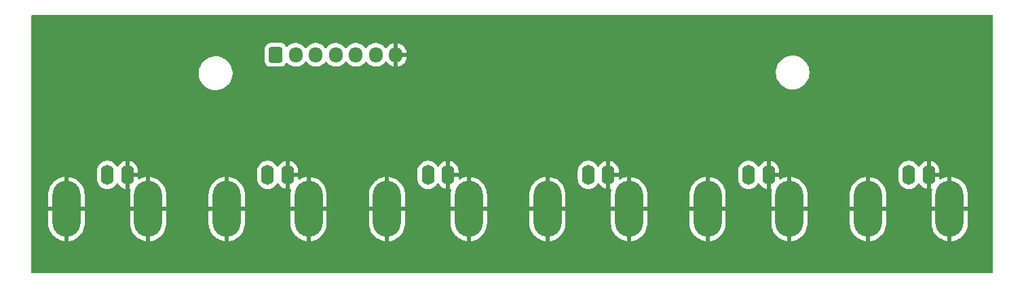
<source format=gbr>
%TF.GenerationSoftware,KiCad,Pcbnew,(6.0.4)*%
%TF.CreationDate,2023-12-08T17:35:57+01:00*%
%TF.ProjectId,BlankingRelay_Top1,426c616e-6b69-46e6-9752-656c61795f54,rev?*%
%TF.SameCoordinates,Original*%
%TF.FileFunction,Copper,L2,Bot*%
%TF.FilePolarity,Positive*%
%FSLAX46Y46*%
G04 Gerber Fmt 4.6, Leading zero omitted, Abs format (unit mm)*
G04 Created by KiCad (PCBNEW (6.0.4)) date 2023-12-08 17:35:57*
%MOMM*%
%LPD*%
G01*
G04 APERTURE LIST*
G04 Aperture macros list*
%AMRoundRect*
0 Rectangle with rounded corners*
0 $1 Rounding radius*
0 $2 $3 $4 $5 $6 $7 $8 $9 X,Y pos of 4 corners*
0 Add a 4 corners polygon primitive as box body*
4,1,4,$2,$3,$4,$5,$6,$7,$8,$9,$2,$3,0*
0 Add four circle primitives for the rounded corners*
1,1,$1+$1,$2,$3*
1,1,$1+$1,$4,$5*
1,1,$1+$1,$6,$7*
1,1,$1+$1,$8,$9*
0 Add four rect primitives between the rounded corners*
20,1,$1+$1,$2,$3,$4,$5,0*
20,1,$1+$1,$4,$5,$6,$7,0*
20,1,$1+$1,$6,$7,$8,$9,0*
20,1,$1+$1,$8,$9,$2,$3,0*%
G04 Aperture macros list end*
%TA.AperFunction,ComponentPad*%
%ADD10O,1.600200X2.499360*%
%TD*%
%TA.AperFunction,ComponentPad*%
%ADD11O,3.500120X7.000240*%
%TD*%
%TA.AperFunction,ComponentPad*%
%ADD12RoundRect,0.250000X-0.600000X-0.725000X0.600000X-0.725000X0.600000X0.725000X-0.600000X0.725000X0*%
%TD*%
%TA.AperFunction,ComponentPad*%
%ADD13O,1.700000X1.950000*%
%TD*%
G04 APERTURE END LIST*
D10*
%TO.P,J7,2,Ext*%
%TO.N,GNDREF*%
X177499360Y-129998740D03*
%TO.P,J7,1,In*%
%TO.N,Blanking_Out6*%
X175000000Y-129998740D03*
D11*
%TO.P,J7,2,Ext*%
%TO.N,GNDREF*%
X169899680Y-134263400D03*
X180097780Y-134263400D03*
%TD*%
D10*
%TO.P,J6,2,Ext*%
%TO.N,GNDREF*%
X157499360Y-129998740D03*
%TO.P,J6,1,In*%
%TO.N,Blanking_Out5*%
X155000000Y-129998740D03*
D11*
%TO.P,J6,2,Ext*%
%TO.N,GNDREF*%
X149899680Y-134263400D03*
X160097780Y-134263400D03*
%TD*%
D10*
%TO.P,J5,2,Ext*%
%TO.N,GNDREF*%
X137499360Y-129998740D03*
%TO.P,J5,1,In*%
%TO.N,Blanking_Out4*%
X135000000Y-129998740D03*
D11*
%TO.P,J5,2,Ext*%
%TO.N,GNDREF*%
X129899680Y-134263400D03*
X140097780Y-134263400D03*
%TD*%
D10*
%TO.P,J4,2,Ext*%
%TO.N,GNDREF*%
X117499360Y-129998740D03*
%TO.P,J4,1,In*%
%TO.N,Blanking_Out3*%
X115000000Y-129998740D03*
D11*
%TO.P,J4,2,Ext*%
%TO.N,GNDREF*%
X109899680Y-134263400D03*
X120097780Y-134263400D03*
%TD*%
D10*
%TO.P,J3,2,Ext*%
%TO.N,GNDREF*%
X97499360Y-129998740D03*
%TO.P,J3,1,In*%
%TO.N,Blanking_Out2*%
X95000000Y-129998740D03*
D11*
%TO.P,J3,2,Ext*%
%TO.N,GNDREF*%
X89899680Y-134263400D03*
X100097780Y-134263400D03*
%TD*%
D10*
%TO.P,J2,2,Ext*%
%TO.N,GNDREF*%
X77499360Y-129998740D03*
%TO.P,J2,1,In*%
%TO.N,Blanking_Out1*%
X75000000Y-129998740D03*
D11*
%TO.P,J2,2,Ext*%
%TO.N,GNDREF*%
X69899680Y-134263400D03*
X80097780Y-134263400D03*
%TD*%
D12*
%TO.P,J1,1,Pin_1*%
%TO.N,Blanking_Out1*%
X96000000Y-115000000D03*
D13*
%TO.P,J1,2,Pin_2*%
%TO.N,Blanking_Out2*%
X98500000Y-115000000D03*
%TO.P,J1,3,Pin_3*%
%TO.N,Blanking_Out3*%
X101000000Y-115000000D03*
%TO.P,J1,4,Pin_4*%
%TO.N,Blanking_Out4*%
X103500000Y-115000000D03*
%TO.P,J1,5,Pin_5*%
%TO.N,Blanking_Out5*%
X106000000Y-115000000D03*
%TO.P,J1,6,Pin_6*%
%TO.N,Blanking_Out6*%
X108500000Y-115000000D03*
%TO.P,J1,7,Pin_7*%
%TO.N,GNDREF*%
X111000000Y-115000000D03*
%TD*%
%TA.AperFunction,Conductor*%
%TO.N,GNDREF*%
G36*
X185442121Y-110020002D02*
G01*
X185488614Y-110073658D01*
X185500000Y-110126000D01*
X185500000Y-142174000D01*
X185479998Y-142242121D01*
X185426342Y-142288614D01*
X185374000Y-142300000D01*
X65626000Y-142300000D01*
X65557879Y-142279998D01*
X65511386Y-142226342D01*
X65500000Y-142174000D01*
X65500000Y-136087454D01*
X67641620Y-136087454D01*
X67641759Y-136091646D01*
X67656169Y-136308600D01*
X67657272Y-136316869D01*
X67714911Y-136602721D01*
X67717101Y-136610782D01*
X67812038Y-136886499D01*
X67815269Y-136894187D01*
X67945838Y-137154928D01*
X67950067Y-137162135D01*
X68113974Y-137403317D01*
X68119107Y-137409887D01*
X68313477Y-137627279D01*
X68319433Y-137633111D01*
X68540847Y-137822886D01*
X68547528Y-137827884D01*
X68792088Y-137986703D01*
X68799378Y-137990777D01*
X69062790Y-138115854D01*
X69070558Y-138118930D01*
X69348196Y-138208070D01*
X69356302Y-138210091D01*
X69627850Y-138258950D01*
X69641109Y-138257518D01*
X69645680Y-138242908D01*
X69645680Y-138239887D01*
X70153680Y-138239887D01*
X70157975Y-138254515D01*
X70169954Y-138256578D01*
X70241735Y-138250298D01*
X70249981Y-138249022D01*
X70534573Y-138185409D01*
X70542576Y-138183053D01*
X70816251Y-138082360D01*
X70823866Y-138078970D01*
X71081827Y-137942962D01*
X71088925Y-137938595D01*
X71326624Y-137769672D01*
X71333089Y-137764399D01*
X71546363Y-137565518D01*
X71552075Y-137559434D01*
X71737166Y-137334102D01*
X71742021Y-137327321D01*
X71895691Y-137079476D01*
X71899604Y-137072116D01*
X72019140Y-136806135D01*
X72022050Y-136798312D01*
X72105362Y-136518849D01*
X72107207Y-136510728D01*
X72152931Y-136222037D01*
X72153639Y-136215063D01*
X72157676Y-136126178D01*
X72157740Y-136123345D01*
X72157740Y-136087454D01*
X77839720Y-136087454D01*
X77839859Y-136091646D01*
X77854269Y-136308600D01*
X77855372Y-136316869D01*
X77913011Y-136602721D01*
X77915201Y-136610782D01*
X78010138Y-136886499D01*
X78013369Y-136894187D01*
X78143938Y-137154928D01*
X78148167Y-137162135D01*
X78312074Y-137403317D01*
X78317207Y-137409887D01*
X78511577Y-137627279D01*
X78517533Y-137633111D01*
X78738947Y-137822886D01*
X78745628Y-137827884D01*
X78990188Y-137986703D01*
X78997478Y-137990777D01*
X79260890Y-138115854D01*
X79268658Y-138118930D01*
X79546296Y-138208070D01*
X79554402Y-138210091D01*
X79825950Y-138258950D01*
X79839209Y-138257518D01*
X79843780Y-138242908D01*
X79843780Y-138239887D01*
X80351780Y-138239887D01*
X80356075Y-138254515D01*
X80368054Y-138256578D01*
X80439835Y-138250298D01*
X80448081Y-138249022D01*
X80732673Y-138185409D01*
X80740676Y-138183053D01*
X81014351Y-138082360D01*
X81021966Y-138078970D01*
X81279927Y-137942962D01*
X81287025Y-137938595D01*
X81524724Y-137769672D01*
X81531189Y-137764399D01*
X81744463Y-137565518D01*
X81750175Y-137559434D01*
X81935266Y-137334102D01*
X81940121Y-137327321D01*
X82093791Y-137079476D01*
X82097704Y-137072116D01*
X82217240Y-136806135D01*
X82220150Y-136798312D01*
X82303462Y-136518849D01*
X82305307Y-136510728D01*
X82351031Y-136222037D01*
X82351739Y-136215063D01*
X82355776Y-136126178D01*
X82355840Y-136123345D01*
X82355840Y-136087454D01*
X87641620Y-136087454D01*
X87641759Y-136091646D01*
X87656169Y-136308600D01*
X87657272Y-136316869D01*
X87714911Y-136602721D01*
X87717101Y-136610782D01*
X87812038Y-136886499D01*
X87815269Y-136894187D01*
X87945838Y-137154928D01*
X87950067Y-137162135D01*
X88113974Y-137403317D01*
X88119107Y-137409887D01*
X88313477Y-137627279D01*
X88319433Y-137633111D01*
X88540847Y-137822886D01*
X88547528Y-137827884D01*
X88792088Y-137986703D01*
X88799378Y-137990777D01*
X89062790Y-138115854D01*
X89070558Y-138118930D01*
X89348196Y-138208070D01*
X89356302Y-138210091D01*
X89627850Y-138258950D01*
X89641109Y-138257518D01*
X89645680Y-138242908D01*
X89645680Y-138239887D01*
X90153680Y-138239887D01*
X90157975Y-138254515D01*
X90169954Y-138256578D01*
X90241735Y-138250298D01*
X90249981Y-138249022D01*
X90534573Y-138185409D01*
X90542576Y-138183053D01*
X90816251Y-138082360D01*
X90823866Y-138078970D01*
X91081827Y-137942962D01*
X91088925Y-137938595D01*
X91326624Y-137769672D01*
X91333089Y-137764399D01*
X91546363Y-137565518D01*
X91552075Y-137559434D01*
X91737166Y-137334102D01*
X91742021Y-137327321D01*
X91895691Y-137079476D01*
X91899604Y-137072116D01*
X92019140Y-136806135D01*
X92022050Y-136798312D01*
X92105362Y-136518849D01*
X92107207Y-136510728D01*
X92152931Y-136222037D01*
X92153639Y-136215063D01*
X92157676Y-136126178D01*
X92157740Y-136123345D01*
X92157740Y-136087454D01*
X97839720Y-136087454D01*
X97839859Y-136091646D01*
X97854269Y-136308600D01*
X97855372Y-136316869D01*
X97913011Y-136602721D01*
X97915201Y-136610782D01*
X98010138Y-136886499D01*
X98013369Y-136894187D01*
X98143938Y-137154928D01*
X98148167Y-137162135D01*
X98312074Y-137403317D01*
X98317207Y-137409887D01*
X98511577Y-137627279D01*
X98517533Y-137633111D01*
X98738947Y-137822886D01*
X98745628Y-137827884D01*
X98990188Y-137986703D01*
X98997478Y-137990777D01*
X99260890Y-138115854D01*
X99268658Y-138118930D01*
X99546296Y-138208070D01*
X99554402Y-138210091D01*
X99825950Y-138258950D01*
X99839209Y-138257518D01*
X99843780Y-138242908D01*
X99843780Y-138239887D01*
X100351780Y-138239887D01*
X100356075Y-138254515D01*
X100368054Y-138256578D01*
X100439835Y-138250298D01*
X100448081Y-138249022D01*
X100732673Y-138185409D01*
X100740676Y-138183053D01*
X101014351Y-138082360D01*
X101021966Y-138078970D01*
X101279927Y-137942962D01*
X101287025Y-137938595D01*
X101524724Y-137769672D01*
X101531189Y-137764399D01*
X101744463Y-137565518D01*
X101750175Y-137559434D01*
X101935266Y-137334102D01*
X101940121Y-137327321D01*
X102093791Y-137079476D01*
X102097704Y-137072116D01*
X102217240Y-136806135D01*
X102220150Y-136798312D01*
X102303462Y-136518849D01*
X102305307Y-136510728D01*
X102351031Y-136222037D01*
X102351739Y-136215063D01*
X102355776Y-136126178D01*
X102355840Y-136123345D01*
X102355840Y-136087454D01*
X107641620Y-136087454D01*
X107641759Y-136091646D01*
X107656169Y-136308600D01*
X107657272Y-136316869D01*
X107714911Y-136602721D01*
X107717101Y-136610782D01*
X107812038Y-136886499D01*
X107815269Y-136894187D01*
X107945838Y-137154928D01*
X107950067Y-137162135D01*
X108113974Y-137403317D01*
X108119107Y-137409887D01*
X108313477Y-137627279D01*
X108319433Y-137633111D01*
X108540847Y-137822886D01*
X108547528Y-137827884D01*
X108792088Y-137986703D01*
X108799378Y-137990777D01*
X109062790Y-138115854D01*
X109070558Y-138118930D01*
X109348196Y-138208070D01*
X109356302Y-138210091D01*
X109627850Y-138258950D01*
X109641109Y-138257518D01*
X109645680Y-138242908D01*
X109645680Y-138239887D01*
X110153680Y-138239887D01*
X110157975Y-138254515D01*
X110169954Y-138256578D01*
X110241735Y-138250298D01*
X110249981Y-138249022D01*
X110534573Y-138185409D01*
X110542576Y-138183053D01*
X110816251Y-138082360D01*
X110823866Y-138078970D01*
X111081827Y-137942962D01*
X111088925Y-137938595D01*
X111326624Y-137769672D01*
X111333089Y-137764399D01*
X111546363Y-137565518D01*
X111552075Y-137559434D01*
X111737166Y-137334102D01*
X111742021Y-137327321D01*
X111895691Y-137079476D01*
X111899604Y-137072116D01*
X112019140Y-136806135D01*
X112022050Y-136798312D01*
X112105362Y-136518849D01*
X112107207Y-136510728D01*
X112152931Y-136222037D01*
X112153639Y-136215063D01*
X112157676Y-136126178D01*
X112157740Y-136123345D01*
X112157740Y-136087454D01*
X117839720Y-136087454D01*
X117839859Y-136091646D01*
X117854269Y-136308600D01*
X117855372Y-136316869D01*
X117913011Y-136602721D01*
X117915201Y-136610782D01*
X118010138Y-136886499D01*
X118013369Y-136894187D01*
X118143938Y-137154928D01*
X118148167Y-137162135D01*
X118312074Y-137403317D01*
X118317207Y-137409887D01*
X118511577Y-137627279D01*
X118517533Y-137633111D01*
X118738947Y-137822886D01*
X118745628Y-137827884D01*
X118990188Y-137986703D01*
X118997478Y-137990777D01*
X119260890Y-138115854D01*
X119268658Y-138118930D01*
X119546296Y-138208070D01*
X119554402Y-138210091D01*
X119825950Y-138258950D01*
X119839209Y-138257518D01*
X119843780Y-138242908D01*
X119843780Y-138239887D01*
X120351780Y-138239887D01*
X120356075Y-138254515D01*
X120368054Y-138256578D01*
X120439835Y-138250298D01*
X120448081Y-138249022D01*
X120732673Y-138185409D01*
X120740676Y-138183053D01*
X121014351Y-138082360D01*
X121021966Y-138078970D01*
X121279927Y-137942962D01*
X121287025Y-137938595D01*
X121524724Y-137769672D01*
X121531189Y-137764399D01*
X121744463Y-137565518D01*
X121750175Y-137559434D01*
X121935266Y-137334102D01*
X121940121Y-137327321D01*
X122093791Y-137079476D01*
X122097704Y-137072116D01*
X122217240Y-136806135D01*
X122220150Y-136798312D01*
X122303462Y-136518849D01*
X122305307Y-136510728D01*
X122351031Y-136222037D01*
X122351739Y-136215063D01*
X122355776Y-136126178D01*
X122355840Y-136123345D01*
X122355840Y-136087454D01*
X127641620Y-136087454D01*
X127641759Y-136091646D01*
X127656169Y-136308600D01*
X127657272Y-136316869D01*
X127714911Y-136602721D01*
X127717101Y-136610782D01*
X127812038Y-136886499D01*
X127815269Y-136894187D01*
X127945838Y-137154928D01*
X127950067Y-137162135D01*
X128113974Y-137403317D01*
X128119107Y-137409887D01*
X128313477Y-137627279D01*
X128319433Y-137633111D01*
X128540847Y-137822886D01*
X128547528Y-137827884D01*
X128792088Y-137986703D01*
X128799378Y-137990777D01*
X129062790Y-138115854D01*
X129070558Y-138118930D01*
X129348196Y-138208070D01*
X129356302Y-138210091D01*
X129627850Y-138258950D01*
X129641109Y-138257518D01*
X129645680Y-138242908D01*
X129645680Y-138239887D01*
X130153680Y-138239887D01*
X130157975Y-138254515D01*
X130169954Y-138256578D01*
X130241735Y-138250298D01*
X130249981Y-138249022D01*
X130534573Y-138185409D01*
X130542576Y-138183053D01*
X130816251Y-138082360D01*
X130823866Y-138078970D01*
X131081827Y-137942962D01*
X131088925Y-137938595D01*
X131326624Y-137769672D01*
X131333089Y-137764399D01*
X131546363Y-137565518D01*
X131552075Y-137559434D01*
X131737166Y-137334102D01*
X131742021Y-137327321D01*
X131895691Y-137079476D01*
X131899604Y-137072116D01*
X132019140Y-136806135D01*
X132022050Y-136798312D01*
X132105362Y-136518849D01*
X132107207Y-136510728D01*
X132152931Y-136222037D01*
X132153639Y-136215063D01*
X132157676Y-136126178D01*
X132157740Y-136123345D01*
X132157740Y-136087454D01*
X137839720Y-136087454D01*
X137839859Y-136091646D01*
X137854269Y-136308600D01*
X137855372Y-136316869D01*
X137913011Y-136602721D01*
X137915201Y-136610782D01*
X138010138Y-136886499D01*
X138013369Y-136894187D01*
X138143938Y-137154928D01*
X138148167Y-137162135D01*
X138312074Y-137403317D01*
X138317207Y-137409887D01*
X138511577Y-137627279D01*
X138517533Y-137633111D01*
X138738947Y-137822886D01*
X138745628Y-137827884D01*
X138990188Y-137986703D01*
X138997478Y-137990777D01*
X139260890Y-138115854D01*
X139268658Y-138118930D01*
X139546296Y-138208070D01*
X139554402Y-138210091D01*
X139825950Y-138258950D01*
X139839209Y-138257518D01*
X139843780Y-138242908D01*
X139843780Y-138239887D01*
X140351780Y-138239887D01*
X140356075Y-138254515D01*
X140368054Y-138256578D01*
X140439835Y-138250298D01*
X140448081Y-138249022D01*
X140732673Y-138185409D01*
X140740676Y-138183053D01*
X141014351Y-138082360D01*
X141021966Y-138078970D01*
X141279927Y-137942962D01*
X141287025Y-137938595D01*
X141524724Y-137769672D01*
X141531189Y-137764399D01*
X141744463Y-137565518D01*
X141750175Y-137559434D01*
X141935266Y-137334102D01*
X141940121Y-137327321D01*
X142093791Y-137079476D01*
X142097704Y-137072116D01*
X142217240Y-136806135D01*
X142220150Y-136798312D01*
X142303462Y-136518849D01*
X142305307Y-136510728D01*
X142351031Y-136222037D01*
X142351739Y-136215063D01*
X142355776Y-136126178D01*
X142355840Y-136123345D01*
X142355840Y-136087454D01*
X147641620Y-136087454D01*
X147641759Y-136091646D01*
X147656169Y-136308600D01*
X147657272Y-136316869D01*
X147714911Y-136602721D01*
X147717101Y-136610782D01*
X147812038Y-136886499D01*
X147815269Y-136894187D01*
X147945838Y-137154928D01*
X147950067Y-137162135D01*
X148113974Y-137403317D01*
X148119107Y-137409887D01*
X148313477Y-137627279D01*
X148319433Y-137633111D01*
X148540847Y-137822886D01*
X148547528Y-137827884D01*
X148792088Y-137986703D01*
X148799378Y-137990777D01*
X149062790Y-138115854D01*
X149070558Y-138118930D01*
X149348196Y-138208070D01*
X149356302Y-138210091D01*
X149627850Y-138258950D01*
X149641109Y-138257518D01*
X149645680Y-138242908D01*
X149645680Y-138239887D01*
X150153680Y-138239887D01*
X150157975Y-138254515D01*
X150169954Y-138256578D01*
X150241735Y-138250298D01*
X150249981Y-138249022D01*
X150534573Y-138185409D01*
X150542576Y-138183053D01*
X150816251Y-138082360D01*
X150823866Y-138078970D01*
X151081827Y-137942962D01*
X151088925Y-137938595D01*
X151326624Y-137769672D01*
X151333089Y-137764399D01*
X151546363Y-137565518D01*
X151552075Y-137559434D01*
X151737166Y-137334102D01*
X151742021Y-137327321D01*
X151895691Y-137079476D01*
X151899604Y-137072116D01*
X152019140Y-136806135D01*
X152022050Y-136798312D01*
X152105362Y-136518849D01*
X152107207Y-136510728D01*
X152152931Y-136222037D01*
X152153639Y-136215063D01*
X152157676Y-136126178D01*
X152157740Y-136123345D01*
X152157740Y-136087454D01*
X157839720Y-136087454D01*
X157839859Y-136091646D01*
X157854269Y-136308600D01*
X157855372Y-136316869D01*
X157913011Y-136602721D01*
X157915201Y-136610782D01*
X158010138Y-136886499D01*
X158013369Y-136894187D01*
X158143938Y-137154928D01*
X158148167Y-137162135D01*
X158312074Y-137403317D01*
X158317207Y-137409887D01*
X158511577Y-137627279D01*
X158517533Y-137633111D01*
X158738947Y-137822886D01*
X158745628Y-137827884D01*
X158990188Y-137986703D01*
X158997478Y-137990777D01*
X159260890Y-138115854D01*
X159268658Y-138118930D01*
X159546296Y-138208070D01*
X159554402Y-138210091D01*
X159825950Y-138258950D01*
X159839209Y-138257518D01*
X159843780Y-138242908D01*
X159843780Y-138239887D01*
X160351780Y-138239887D01*
X160356075Y-138254515D01*
X160368054Y-138256578D01*
X160439835Y-138250298D01*
X160448081Y-138249022D01*
X160732673Y-138185409D01*
X160740676Y-138183053D01*
X161014351Y-138082360D01*
X161021966Y-138078970D01*
X161279927Y-137942962D01*
X161287025Y-137938595D01*
X161524724Y-137769672D01*
X161531189Y-137764399D01*
X161744463Y-137565518D01*
X161750175Y-137559434D01*
X161935266Y-137334102D01*
X161940121Y-137327321D01*
X162093791Y-137079476D01*
X162097704Y-137072116D01*
X162217240Y-136806135D01*
X162220150Y-136798312D01*
X162303462Y-136518849D01*
X162305307Y-136510728D01*
X162351031Y-136222037D01*
X162351739Y-136215063D01*
X162355776Y-136126178D01*
X162355840Y-136123345D01*
X162355840Y-136087454D01*
X167641620Y-136087454D01*
X167641759Y-136091646D01*
X167656169Y-136308600D01*
X167657272Y-136316869D01*
X167714911Y-136602721D01*
X167717101Y-136610782D01*
X167812038Y-136886499D01*
X167815269Y-136894187D01*
X167945838Y-137154928D01*
X167950067Y-137162135D01*
X168113974Y-137403317D01*
X168119107Y-137409887D01*
X168313477Y-137627279D01*
X168319433Y-137633111D01*
X168540847Y-137822886D01*
X168547528Y-137827884D01*
X168792088Y-137986703D01*
X168799378Y-137990777D01*
X169062790Y-138115854D01*
X169070558Y-138118930D01*
X169348196Y-138208070D01*
X169356302Y-138210091D01*
X169627850Y-138258950D01*
X169641109Y-138257518D01*
X169645680Y-138242908D01*
X169645680Y-138239887D01*
X170153680Y-138239887D01*
X170157975Y-138254515D01*
X170169954Y-138256578D01*
X170241735Y-138250298D01*
X170249981Y-138249022D01*
X170534573Y-138185409D01*
X170542576Y-138183053D01*
X170816251Y-138082360D01*
X170823866Y-138078970D01*
X171081827Y-137942962D01*
X171088925Y-137938595D01*
X171326624Y-137769672D01*
X171333089Y-137764399D01*
X171546363Y-137565518D01*
X171552075Y-137559434D01*
X171737166Y-137334102D01*
X171742021Y-137327321D01*
X171895691Y-137079476D01*
X171899604Y-137072116D01*
X172019140Y-136806135D01*
X172022050Y-136798312D01*
X172105362Y-136518849D01*
X172107207Y-136510728D01*
X172152931Y-136222037D01*
X172153639Y-136215063D01*
X172157676Y-136126178D01*
X172157740Y-136123345D01*
X172157740Y-136087454D01*
X177839720Y-136087454D01*
X177839859Y-136091646D01*
X177854269Y-136308600D01*
X177855372Y-136316869D01*
X177913011Y-136602721D01*
X177915201Y-136610782D01*
X178010138Y-136886499D01*
X178013369Y-136894187D01*
X178143938Y-137154928D01*
X178148167Y-137162135D01*
X178312074Y-137403317D01*
X178317207Y-137409887D01*
X178511577Y-137627279D01*
X178517533Y-137633111D01*
X178738947Y-137822886D01*
X178745628Y-137827884D01*
X178990188Y-137986703D01*
X178997478Y-137990777D01*
X179260890Y-138115854D01*
X179268658Y-138118930D01*
X179546296Y-138208070D01*
X179554402Y-138210091D01*
X179825950Y-138258950D01*
X179839209Y-138257518D01*
X179843780Y-138242908D01*
X179843780Y-138239887D01*
X180351780Y-138239887D01*
X180356075Y-138254515D01*
X180368054Y-138256578D01*
X180439835Y-138250298D01*
X180448081Y-138249022D01*
X180732673Y-138185409D01*
X180740676Y-138183053D01*
X181014351Y-138082360D01*
X181021966Y-138078970D01*
X181279927Y-137942962D01*
X181287025Y-137938595D01*
X181524724Y-137769672D01*
X181531189Y-137764399D01*
X181744463Y-137565518D01*
X181750175Y-137559434D01*
X181935266Y-137334102D01*
X181940121Y-137327321D01*
X182093791Y-137079476D01*
X182097704Y-137072116D01*
X182217240Y-136806135D01*
X182220150Y-136798312D01*
X182303462Y-136518849D01*
X182305307Y-136510728D01*
X182351031Y-136222037D01*
X182351739Y-136215063D01*
X182355776Y-136126178D01*
X182355840Y-136123345D01*
X182355840Y-134535515D01*
X182351365Y-134520276D01*
X182349975Y-134519071D01*
X182342292Y-134517400D01*
X180369895Y-134517400D01*
X180354656Y-134521875D01*
X180353451Y-134523265D01*
X180351780Y-134530948D01*
X180351780Y-138239887D01*
X179843780Y-138239887D01*
X179843780Y-134535515D01*
X179839305Y-134520276D01*
X179837915Y-134519071D01*
X179830232Y-134517400D01*
X177857835Y-134517400D01*
X177842596Y-134521875D01*
X177841391Y-134523265D01*
X177839720Y-134530948D01*
X177839720Y-136087454D01*
X172157740Y-136087454D01*
X172157740Y-134535515D01*
X172153265Y-134520276D01*
X172151875Y-134519071D01*
X172144192Y-134517400D01*
X170171795Y-134517400D01*
X170156556Y-134521875D01*
X170155351Y-134523265D01*
X170153680Y-134530948D01*
X170153680Y-138239887D01*
X169645680Y-138239887D01*
X169645680Y-134535515D01*
X169641205Y-134520276D01*
X169639815Y-134519071D01*
X169632132Y-134517400D01*
X167659735Y-134517400D01*
X167644496Y-134521875D01*
X167643291Y-134523265D01*
X167641620Y-134530948D01*
X167641620Y-136087454D01*
X162355840Y-136087454D01*
X162355840Y-134535515D01*
X162351365Y-134520276D01*
X162349975Y-134519071D01*
X162342292Y-134517400D01*
X160369895Y-134517400D01*
X160354656Y-134521875D01*
X160353451Y-134523265D01*
X160351780Y-134530948D01*
X160351780Y-138239887D01*
X159843780Y-138239887D01*
X159843780Y-134535515D01*
X159839305Y-134520276D01*
X159837915Y-134519071D01*
X159830232Y-134517400D01*
X157857835Y-134517400D01*
X157842596Y-134521875D01*
X157841391Y-134523265D01*
X157839720Y-134530948D01*
X157839720Y-136087454D01*
X152157740Y-136087454D01*
X152157740Y-134535515D01*
X152153265Y-134520276D01*
X152151875Y-134519071D01*
X152144192Y-134517400D01*
X150171795Y-134517400D01*
X150156556Y-134521875D01*
X150155351Y-134523265D01*
X150153680Y-134530948D01*
X150153680Y-138239887D01*
X149645680Y-138239887D01*
X149645680Y-134535515D01*
X149641205Y-134520276D01*
X149639815Y-134519071D01*
X149632132Y-134517400D01*
X147659735Y-134517400D01*
X147644496Y-134521875D01*
X147643291Y-134523265D01*
X147641620Y-134530948D01*
X147641620Y-136087454D01*
X142355840Y-136087454D01*
X142355840Y-134535515D01*
X142351365Y-134520276D01*
X142349975Y-134519071D01*
X142342292Y-134517400D01*
X140369895Y-134517400D01*
X140354656Y-134521875D01*
X140353451Y-134523265D01*
X140351780Y-134530948D01*
X140351780Y-138239887D01*
X139843780Y-138239887D01*
X139843780Y-134535515D01*
X139839305Y-134520276D01*
X139837915Y-134519071D01*
X139830232Y-134517400D01*
X137857835Y-134517400D01*
X137842596Y-134521875D01*
X137841391Y-134523265D01*
X137839720Y-134530948D01*
X137839720Y-136087454D01*
X132157740Y-136087454D01*
X132157740Y-134535515D01*
X132153265Y-134520276D01*
X132151875Y-134519071D01*
X132144192Y-134517400D01*
X130171795Y-134517400D01*
X130156556Y-134521875D01*
X130155351Y-134523265D01*
X130153680Y-134530948D01*
X130153680Y-138239887D01*
X129645680Y-138239887D01*
X129645680Y-134535515D01*
X129641205Y-134520276D01*
X129639815Y-134519071D01*
X129632132Y-134517400D01*
X127659735Y-134517400D01*
X127644496Y-134521875D01*
X127643291Y-134523265D01*
X127641620Y-134530948D01*
X127641620Y-136087454D01*
X122355840Y-136087454D01*
X122355840Y-134535515D01*
X122351365Y-134520276D01*
X122349975Y-134519071D01*
X122342292Y-134517400D01*
X120369895Y-134517400D01*
X120354656Y-134521875D01*
X120353451Y-134523265D01*
X120351780Y-134530948D01*
X120351780Y-138239887D01*
X119843780Y-138239887D01*
X119843780Y-134535515D01*
X119839305Y-134520276D01*
X119837915Y-134519071D01*
X119830232Y-134517400D01*
X117857835Y-134517400D01*
X117842596Y-134521875D01*
X117841391Y-134523265D01*
X117839720Y-134530948D01*
X117839720Y-136087454D01*
X112157740Y-136087454D01*
X112157740Y-134535515D01*
X112153265Y-134520276D01*
X112151875Y-134519071D01*
X112144192Y-134517400D01*
X110171795Y-134517400D01*
X110156556Y-134521875D01*
X110155351Y-134523265D01*
X110153680Y-134530948D01*
X110153680Y-138239887D01*
X109645680Y-138239887D01*
X109645680Y-134535515D01*
X109641205Y-134520276D01*
X109639815Y-134519071D01*
X109632132Y-134517400D01*
X107659735Y-134517400D01*
X107644496Y-134521875D01*
X107643291Y-134523265D01*
X107641620Y-134530948D01*
X107641620Y-136087454D01*
X102355840Y-136087454D01*
X102355840Y-134535515D01*
X102351365Y-134520276D01*
X102349975Y-134519071D01*
X102342292Y-134517400D01*
X100369895Y-134517400D01*
X100354656Y-134521875D01*
X100353451Y-134523265D01*
X100351780Y-134530948D01*
X100351780Y-138239887D01*
X99843780Y-138239887D01*
X99843780Y-134535515D01*
X99839305Y-134520276D01*
X99837915Y-134519071D01*
X99830232Y-134517400D01*
X97857835Y-134517400D01*
X97842596Y-134521875D01*
X97841391Y-134523265D01*
X97839720Y-134530948D01*
X97839720Y-136087454D01*
X92157740Y-136087454D01*
X92157740Y-134535515D01*
X92153265Y-134520276D01*
X92151875Y-134519071D01*
X92144192Y-134517400D01*
X90171795Y-134517400D01*
X90156556Y-134521875D01*
X90155351Y-134523265D01*
X90153680Y-134530948D01*
X90153680Y-138239887D01*
X89645680Y-138239887D01*
X89645680Y-134535515D01*
X89641205Y-134520276D01*
X89639815Y-134519071D01*
X89632132Y-134517400D01*
X87659735Y-134517400D01*
X87644496Y-134521875D01*
X87643291Y-134523265D01*
X87641620Y-134530948D01*
X87641620Y-136087454D01*
X82355840Y-136087454D01*
X82355840Y-134535515D01*
X82351365Y-134520276D01*
X82349975Y-134519071D01*
X82342292Y-134517400D01*
X80369895Y-134517400D01*
X80354656Y-134521875D01*
X80353451Y-134523265D01*
X80351780Y-134530948D01*
X80351780Y-138239887D01*
X79843780Y-138239887D01*
X79843780Y-134535515D01*
X79839305Y-134520276D01*
X79837915Y-134519071D01*
X79830232Y-134517400D01*
X77857835Y-134517400D01*
X77842596Y-134521875D01*
X77841391Y-134523265D01*
X77839720Y-134530948D01*
X77839720Y-136087454D01*
X72157740Y-136087454D01*
X72157740Y-134535515D01*
X72153265Y-134520276D01*
X72151875Y-134519071D01*
X72144192Y-134517400D01*
X70171795Y-134517400D01*
X70156556Y-134521875D01*
X70155351Y-134523265D01*
X70153680Y-134530948D01*
X70153680Y-138239887D01*
X69645680Y-138239887D01*
X69645680Y-134535515D01*
X69641205Y-134520276D01*
X69639815Y-134519071D01*
X69632132Y-134517400D01*
X67659735Y-134517400D01*
X67644496Y-134521875D01*
X67643291Y-134523265D01*
X67641620Y-134530948D01*
X67641620Y-136087454D01*
X65500000Y-136087454D01*
X65500000Y-133991285D01*
X67641620Y-133991285D01*
X67646095Y-134006524D01*
X67647485Y-134007729D01*
X67655168Y-134009400D01*
X69627565Y-134009400D01*
X69642804Y-134004925D01*
X69644009Y-134003535D01*
X69645680Y-133995852D01*
X69645680Y-133991285D01*
X70153680Y-133991285D01*
X70158155Y-134006524D01*
X70159545Y-134007729D01*
X70167228Y-134009400D01*
X72139625Y-134009400D01*
X72154864Y-134004925D01*
X72156069Y-134003535D01*
X72157740Y-133995852D01*
X72157740Y-132439346D01*
X72157601Y-132435154D01*
X72143191Y-132218200D01*
X72142088Y-132209931D01*
X72084449Y-131924079D01*
X72082259Y-131916018D01*
X71987322Y-131640301D01*
X71984091Y-131632613D01*
X71853522Y-131371872D01*
X71849293Y-131364665D01*
X71685386Y-131123483D01*
X71680253Y-131116913D01*
X71485883Y-130899521D01*
X71479927Y-130893689D01*
X71258513Y-130703914D01*
X71251832Y-130698916D01*
X71007272Y-130540097D01*
X70999982Y-130536023D01*
X70935610Y-130505457D01*
X73691400Y-130505457D01*
X73691638Y-130508174D01*
X73691638Y-130508181D01*
X73694074Y-130536023D01*
X73706358Y-130676424D01*
X73707782Y-130681737D01*
X73707782Y-130681739D01*
X73727983Y-130757128D01*
X73765621Y-130897597D01*
X73767943Y-130902578D01*
X73767944Y-130902579D01*
X73860064Y-131100132D01*
X73860067Y-131100137D01*
X73862390Y-131105119D01*
X73865544Y-131109623D01*
X73865547Y-131109628D01*
X73928462Y-131199479D01*
X73993725Y-131292685D01*
X74155635Y-131454595D01*
X74343200Y-131585930D01*
X74348182Y-131588253D01*
X74348187Y-131588256D01*
X74544731Y-131679905D01*
X74550723Y-131682699D01*
X74556031Y-131684121D01*
X74556033Y-131684122D01*
X74766581Y-131740538D01*
X74766583Y-131740538D01*
X74771896Y-131741962D01*
X75000000Y-131761919D01*
X75228104Y-131741962D01*
X75233417Y-131740538D01*
X75233419Y-131740538D01*
X75443967Y-131684122D01*
X75443969Y-131684121D01*
X75449277Y-131682699D01*
X75455269Y-131679905D01*
X75651812Y-131588256D01*
X75651817Y-131588253D01*
X75656799Y-131585930D01*
X75661929Y-131582338D01*
X75839854Y-131457754D01*
X75839857Y-131457752D01*
X75844365Y-131454595D01*
X76006275Y-131292685D01*
X76071539Y-131199479D01*
X76129352Y-131116913D01*
X76137610Y-131105119D01*
X76139934Y-131100135D01*
X76140851Y-131098547D01*
X76192234Y-131049554D01*
X76261947Y-131036118D01*
X76327858Y-131062504D01*
X76359088Y-131098544D01*
X76365346Y-131109382D01*
X76490310Y-131287850D01*
X76497364Y-131296257D01*
X76651421Y-131450314D01*
X76659829Y-131457370D01*
X76838302Y-131582338D01*
X76847798Y-131587821D01*
X77045272Y-131679905D01*
X77055564Y-131683651D01*
X77227863Y-131729818D01*
X77241959Y-131729482D01*
X77245360Y-131721540D01*
X77245360Y-131716391D01*
X77753360Y-131716391D01*
X77757333Y-131729922D01*
X77765883Y-131731151D01*
X77774967Y-131728717D01*
X77845944Y-131730406D01*
X77904740Y-131770199D01*
X77932688Y-131835464D01*
X77928328Y-131886420D01*
X77892098Y-132007951D01*
X77890253Y-132016072D01*
X77844529Y-132304763D01*
X77843821Y-132311737D01*
X77839784Y-132400622D01*
X77839720Y-132403455D01*
X77839720Y-133991285D01*
X77844195Y-134006524D01*
X77845585Y-134007729D01*
X77853268Y-134009400D01*
X79825665Y-134009400D01*
X79840904Y-134004925D01*
X79842109Y-134003535D01*
X79843780Y-133995852D01*
X79843780Y-133991285D01*
X80351780Y-133991285D01*
X80356255Y-134006524D01*
X80357645Y-134007729D01*
X80365328Y-134009400D01*
X82337725Y-134009400D01*
X82352964Y-134004925D01*
X82354169Y-134003535D01*
X82355840Y-133995852D01*
X82355840Y-133991285D01*
X87641620Y-133991285D01*
X87646095Y-134006524D01*
X87647485Y-134007729D01*
X87655168Y-134009400D01*
X89627565Y-134009400D01*
X89642804Y-134004925D01*
X89644009Y-134003535D01*
X89645680Y-133995852D01*
X89645680Y-133991285D01*
X90153680Y-133991285D01*
X90158155Y-134006524D01*
X90159545Y-134007729D01*
X90167228Y-134009400D01*
X92139625Y-134009400D01*
X92154864Y-134004925D01*
X92156069Y-134003535D01*
X92157740Y-133995852D01*
X92157740Y-132439346D01*
X92157601Y-132435154D01*
X92143191Y-132218200D01*
X92142088Y-132209931D01*
X92084449Y-131924079D01*
X92082259Y-131916018D01*
X91987322Y-131640301D01*
X91984091Y-131632613D01*
X91853522Y-131371872D01*
X91849293Y-131364665D01*
X91685386Y-131123483D01*
X91680253Y-131116913D01*
X91485883Y-130899521D01*
X91479927Y-130893689D01*
X91258513Y-130703914D01*
X91251832Y-130698916D01*
X91007272Y-130540097D01*
X90999982Y-130536023D01*
X90935610Y-130505457D01*
X93691400Y-130505457D01*
X93691638Y-130508174D01*
X93691638Y-130508181D01*
X93694074Y-130536023D01*
X93706358Y-130676424D01*
X93707782Y-130681737D01*
X93707782Y-130681739D01*
X93727983Y-130757128D01*
X93765621Y-130897597D01*
X93767943Y-130902578D01*
X93767944Y-130902579D01*
X93860064Y-131100132D01*
X93860067Y-131100137D01*
X93862390Y-131105119D01*
X93865544Y-131109623D01*
X93865547Y-131109628D01*
X93928462Y-131199479D01*
X93993725Y-131292685D01*
X94155635Y-131454595D01*
X94343200Y-131585930D01*
X94348182Y-131588253D01*
X94348187Y-131588256D01*
X94544731Y-131679905D01*
X94550723Y-131682699D01*
X94556031Y-131684121D01*
X94556033Y-131684122D01*
X94766581Y-131740538D01*
X94766583Y-131740538D01*
X94771896Y-131741962D01*
X95000000Y-131761919D01*
X95228104Y-131741962D01*
X95233417Y-131740538D01*
X95233419Y-131740538D01*
X95443967Y-131684122D01*
X95443969Y-131684121D01*
X95449277Y-131682699D01*
X95455269Y-131679905D01*
X95651812Y-131588256D01*
X95651817Y-131588253D01*
X95656799Y-131585930D01*
X95661929Y-131582338D01*
X95839854Y-131457754D01*
X95839857Y-131457752D01*
X95844365Y-131454595D01*
X96006275Y-131292685D01*
X96071539Y-131199479D01*
X96129352Y-131116913D01*
X96137610Y-131105119D01*
X96139934Y-131100135D01*
X96140851Y-131098547D01*
X96192234Y-131049554D01*
X96261947Y-131036118D01*
X96327858Y-131062504D01*
X96359088Y-131098544D01*
X96365346Y-131109382D01*
X96490310Y-131287850D01*
X96497364Y-131296257D01*
X96651421Y-131450314D01*
X96659829Y-131457370D01*
X96838302Y-131582338D01*
X96847798Y-131587821D01*
X97045272Y-131679905D01*
X97055564Y-131683651D01*
X97227863Y-131729818D01*
X97241959Y-131729482D01*
X97245360Y-131721540D01*
X97245360Y-131716391D01*
X97753360Y-131716391D01*
X97757333Y-131729922D01*
X97765883Y-131731151D01*
X97774967Y-131728717D01*
X97845944Y-131730406D01*
X97904740Y-131770199D01*
X97932688Y-131835464D01*
X97928328Y-131886420D01*
X97892098Y-132007951D01*
X97890253Y-132016072D01*
X97844529Y-132304763D01*
X97843821Y-132311737D01*
X97839784Y-132400622D01*
X97839720Y-132403455D01*
X97839720Y-133991285D01*
X97844195Y-134006524D01*
X97845585Y-134007729D01*
X97853268Y-134009400D01*
X99825665Y-134009400D01*
X99840904Y-134004925D01*
X99842109Y-134003535D01*
X99843780Y-133995852D01*
X99843780Y-133991285D01*
X100351780Y-133991285D01*
X100356255Y-134006524D01*
X100357645Y-134007729D01*
X100365328Y-134009400D01*
X102337725Y-134009400D01*
X102352964Y-134004925D01*
X102354169Y-134003535D01*
X102355840Y-133995852D01*
X102355840Y-133991285D01*
X107641620Y-133991285D01*
X107646095Y-134006524D01*
X107647485Y-134007729D01*
X107655168Y-134009400D01*
X109627565Y-134009400D01*
X109642804Y-134004925D01*
X109644009Y-134003535D01*
X109645680Y-133995852D01*
X109645680Y-133991285D01*
X110153680Y-133991285D01*
X110158155Y-134006524D01*
X110159545Y-134007729D01*
X110167228Y-134009400D01*
X112139625Y-134009400D01*
X112154864Y-134004925D01*
X112156069Y-134003535D01*
X112157740Y-133995852D01*
X112157740Y-132439346D01*
X112157601Y-132435154D01*
X112143191Y-132218200D01*
X112142088Y-132209931D01*
X112084449Y-131924079D01*
X112082259Y-131916018D01*
X111987322Y-131640301D01*
X111984091Y-131632613D01*
X111853522Y-131371872D01*
X111849293Y-131364665D01*
X111685386Y-131123483D01*
X111680253Y-131116913D01*
X111485883Y-130899521D01*
X111479927Y-130893689D01*
X111258513Y-130703914D01*
X111251832Y-130698916D01*
X111007272Y-130540097D01*
X110999982Y-130536023D01*
X110935610Y-130505457D01*
X113691400Y-130505457D01*
X113691638Y-130508174D01*
X113691638Y-130508181D01*
X113694074Y-130536023D01*
X113706358Y-130676424D01*
X113707782Y-130681737D01*
X113707782Y-130681739D01*
X113727983Y-130757128D01*
X113765621Y-130897597D01*
X113767943Y-130902578D01*
X113767944Y-130902579D01*
X113860064Y-131100132D01*
X113860067Y-131100137D01*
X113862390Y-131105119D01*
X113865544Y-131109623D01*
X113865547Y-131109628D01*
X113928462Y-131199479D01*
X113993725Y-131292685D01*
X114155635Y-131454595D01*
X114343200Y-131585930D01*
X114348182Y-131588253D01*
X114348187Y-131588256D01*
X114544731Y-131679905D01*
X114550723Y-131682699D01*
X114556031Y-131684121D01*
X114556033Y-131684122D01*
X114766581Y-131740538D01*
X114766583Y-131740538D01*
X114771896Y-131741962D01*
X115000000Y-131761919D01*
X115228104Y-131741962D01*
X115233417Y-131740538D01*
X115233419Y-131740538D01*
X115443967Y-131684122D01*
X115443969Y-131684121D01*
X115449277Y-131682699D01*
X115455269Y-131679905D01*
X115651812Y-131588256D01*
X115651817Y-131588253D01*
X115656799Y-131585930D01*
X115661929Y-131582338D01*
X115839854Y-131457754D01*
X115839857Y-131457752D01*
X115844365Y-131454595D01*
X116006275Y-131292685D01*
X116071539Y-131199479D01*
X116129352Y-131116913D01*
X116137610Y-131105119D01*
X116139934Y-131100135D01*
X116140851Y-131098547D01*
X116192234Y-131049554D01*
X116261947Y-131036118D01*
X116327858Y-131062504D01*
X116359088Y-131098544D01*
X116365346Y-131109382D01*
X116490310Y-131287850D01*
X116497364Y-131296257D01*
X116651421Y-131450314D01*
X116659829Y-131457370D01*
X116838302Y-131582338D01*
X116847798Y-131587821D01*
X117045272Y-131679905D01*
X117055564Y-131683651D01*
X117227863Y-131729818D01*
X117241959Y-131729482D01*
X117245360Y-131721540D01*
X117245360Y-131716391D01*
X117753360Y-131716391D01*
X117757333Y-131729922D01*
X117765883Y-131731151D01*
X117774967Y-131728717D01*
X117845944Y-131730406D01*
X117904740Y-131770199D01*
X117932688Y-131835464D01*
X117928328Y-131886420D01*
X117892098Y-132007951D01*
X117890253Y-132016072D01*
X117844529Y-132304763D01*
X117843821Y-132311737D01*
X117839784Y-132400622D01*
X117839720Y-132403455D01*
X117839720Y-133991285D01*
X117844195Y-134006524D01*
X117845585Y-134007729D01*
X117853268Y-134009400D01*
X119825665Y-134009400D01*
X119840904Y-134004925D01*
X119842109Y-134003535D01*
X119843780Y-133995852D01*
X119843780Y-133991285D01*
X120351780Y-133991285D01*
X120356255Y-134006524D01*
X120357645Y-134007729D01*
X120365328Y-134009400D01*
X122337725Y-134009400D01*
X122352964Y-134004925D01*
X122354169Y-134003535D01*
X122355840Y-133995852D01*
X122355840Y-133991285D01*
X127641620Y-133991285D01*
X127646095Y-134006524D01*
X127647485Y-134007729D01*
X127655168Y-134009400D01*
X129627565Y-134009400D01*
X129642804Y-134004925D01*
X129644009Y-134003535D01*
X129645680Y-133995852D01*
X129645680Y-133991285D01*
X130153680Y-133991285D01*
X130158155Y-134006524D01*
X130159545Y-134007729D01*
X130167228Y-134009400D01*
X132139625Y-134009400D01*
X132154864Y-134004925D01*
X132156069Y-134003535D01*
X132157740Y-133995852D01*
X132157740Y-132439346D01*
X132157601Y-132435154D01*
X132143191Y-132218200D01*
X132142088Y-132209931D01*
X132084449Y-131924079D01*
X132082259Y-131916018D01*
X131987322Y-131640301D01*
X131984091Y-131632613D01*
X131853522Y-131371872D01*
X131849293Y-131364665D01*
X131685386Y-131123483D01*
X131680253Y-131116913D01*
X131485883Y-130899521D01*
X131479927Y-130893689D01*
X131258513Y-130703914D01*
X131251832Y-130698916D01*
X131007272Y-130540097D01*
X130999982Y-130536023D01*
X130935610Y-130505457D01*
X133691400Y-130505457D01*
X133691638Y-130508174D01*
X133691638Y-130508181D01*
X133694074Y-130536023D01*
X133706358Y-130676424D01*
X133707782Y-130681737D01*
X133707782Y-130681739D01*
X133727983Y-130757128D01*
X133765621Y-130897597D01*
X133767943Y-130902578D01*
X133767944Y-130902579D01*
X133860064Y-131100132D01*
X133860067Y-131100137D01*
X133862390Y-131105119D01*
X133865544Y-131109623D01*
X133865547Y-131109628D01*
X133928462Y-131199479D01*
X133993725Y-131292685D01*
X134155635Y-131454595D01*
X134343200Y-131585930D01*
X134348182Y-131588253D01*
X134348187Y-131588256D01*
X134544731Y-131679905D01*
X134550723Y-131682699D01*
X134556031Y-131684121D01*
X134556033Y-131684122D01*
X134766581Y-131740538D01*
X134766583Y-131740538D01*
X134771896Y-131741962D01*
X135000000Y-131761919D01*
X135228104Y-131741962D01*
X135233417Y-131740538D01*
X135233419Y-131740538D01*
X135443967Y-131684122D01*
X135443969Y-131684121D01*
X135449277Y-131682699D01*
X135455269Y-131679905D01*
X135651812Y-131588256D01*
X135651817Y-131588253D01*
X135656799Y-131585930D01*
X135661929Y-131582338D01*
X135839854Y-131457754D01*
X135839857Y-131457752D01*
X135844365Y-131454595D01*
X136006275Y-131292685D01*
X136071539Y-131199479D01*
X136129352Y-131116913D01*
X136137610Y-131105119D01*
X136139934Y-131100135D01*
X136140851Y-131098547D01*
X136192234Y-131049554D01*
X136261947Y-131036118D01*
X136327858Y-131062504D01*
X136359088Y-131098544D01*
X136365346Y-131109382D01*
X136490310Y-131287850D01*
X136497364Y-131296257D01*
X136651421Y-131450314D01*
X136659829Y-131457370D01*
X136838302Y-131582338D01*
X136847798Y-131587821D01*
X137045272Y-131679905D01*
X137055564Y-131683651D01*
X137227863Y-131729818D01*
X137241959Y-131729482D01*
X137245360Y-131721540D01*
X137245360Y-131716391D01*
X137753360Y-131716391D01*
X137757333Y-131729922D01*
X137765883Y-131731151D01*
X137774967Y-131728717D01*
X137845944Y-131730406D01*
X137904740Y-131770199D01*
X137932688Y-131835464D01*
X137928328Y-131886420D01*
X137892098Y-132007951D01*
X137890253Y-132016072D01*
X137844529Y-132304763D01*
X137843821Y-132311737D01*
X137839784Y-132400622D01*
X137839720Y-132403455D01*
X137839720Y-133991285D01*
X137844195Y-134006524D01*
X137845585Y-134007729D01*
X137853268Y-134009400D01*
X139825665Y-134009400D01*
X139840904Y-134004925D01*
X139842109Y-134003535D01*
X139843780Y-133995852D01*
X139843780Y-133991285D01*
X140351780Y-133991285D01*
X140356255Y-134006524D01*
X140357645Y-134007729D01*
X140365328Y-134009400D01*
X142337725Y-134009400D01*
X142352964Y-134004925D01*
X142354169Y-134003535D01*
X142355840Y-133995852D01*
X142355840Y-133991285D01*
X147641620Y-133991285D01*
X147646095Y-134006524D01*
X147647485Y-134007729D01*
X147655168Y-134009400D01*
X149627565Y-134009400D01*
X149642804Y-134004925D01*
X149644009Y-134003535D01*
X149645680Y-133995852D01*
X149645680Y-133991285D01*
X150153680Y-133991285D01*
X150158155Y-134006524D01*
X150159545Y-134007729D01*
X150167228Y-134009400D01*
X152139625Y-134009400D01*
X152154864Y-134004925D01*
X152156069Y-134003535D01*
X152157740Y-133995852D01*
X152157740Y-132439346D01*
X152157601Y-132435154D01*
X152143191Y-132218200D01*
X152142088Y-132209931D01*
X152084449Y-131924079D01*
X152082259Y-131916018D01*
X151987322Y-131640301D01*
X151984091Y-131632613D01*
X151853522Y-131371872D01*
X151849293Y-131364665D01*
X151685386Y-131123483D01*
X151680253Y-131116913D01*
X151485883Y-130899521D01*
X151479927Y-130893689D01*
X151258513Y-130703914D01*
X151251832Y-130698916D01*
X151007272Y-130540097D01*
X150999982Y-130536023D01*
X150935610Y-130505457D01*
X153691400Y-130505457D01*
X153691638Y-130508174D01*
X153691638Y-130508181D01*
X153694074Y-130536023D01*
X153706358Y-130676424D01*
X153707782Y-130681737D01*
X153707782Y-130681739D01*
X153727983Y-130757128D01*
X153765621Y-130897597D01*
X153767943Y-130902578D01*
X153767944Y-130902579D01*
X153860064Y-131100132D01*
X153860067Y-131100137D01*
X153862390Y-131105119D01*
X153865544Y-131109623D01*
X153865547Y-131109628D01*
X153928462Y-131199479D01*
X153993725Y-131292685D01*
X154155635Y-131454595D01*
X154343200Y-131585930D01*
X154348182Y-131588253D01*
X154348187Y-131588256D01*
X154544731Y-131679905D01*
X154550723Y-131682699D01*
X154556031Y-131684121D01*
X154556033Y-131684122D01*
X154766581Y-131740538D01*
X154766583Y-131740538D01*
X154771896Y-131741962D01*
X155000000Y-131761919D01*
X155228104Y-131741962D01*
X155233417Y-131740538D01*
X155233419Y-131740538D01*
X155443967Y-131684122D01*
X155443969Y-131684121D01*
X155449277Y-131682699D01*
X155455269Y-131679905D01*
X155651812Y-131588256D01*
X155651817Y-131588253D01*
X155656799Y-131585930D01*
X155661929Y-131582338D01*
X155839854Y-131457754D01*
X155839857Y-131457752D01*
X155844365Y-131454595D01*
X156006275Y-131292685D01*
X156071539Y-131199479D01*
X156129352Y-131116913D01*
X156137610Y-131105119D01*
X156139934Y-131100135D01*
X156140851Y-131098547D01*
X156192234Y-131049554D01*
X156261947Y-131036118D01*
X156327858Y-131062504D01*
X156359088Y-131098544D01*
X156365346Y-131109382D01*
X156490310Y-131287850D01*
X156497364Y-131296257D01*
X156651421Y-131450314D01*
X156659829Y-131457370D01*
X156838302Y-131582338D01*
X156847798Y-131587821D01*
X157045272Y-131679905D01*
X157055564Y-131683651D01*
X157227863Y-131729818D01*
X157241959Y-131729482D01*
X157245360Y-131721540D01*
X157245360Y-131716391D01*
X157753360Y-131716391D01*
X157757333Y-131729922D01*
X157765883Y-131731151D01*
X157774967Y-131728717D01*
X157845944Y-131730406D01*
X157904740Y-131770199D01*
X157932688Y-131835464D01*
X157928328Y-131886420D01*
X157892098Y-132007951D01*
X157890253Y-132016072D01*
X157844529Y-132304763D01*
X157843821Y-132311737D01*
X157839784Y-132400622D01*
X157839720Y-132403455D01*
X157839720Y-133991285D01*
X157844195Y-134006524D01*
X157845585Y-134007729D01*
X157853268Y-134009400D01*
X159825665Y-134009400D01*
X159840904Y-134004925D01*
X159842109Y-134003535D01*
X159843780Y-133995852D01*
X159843780Y-133991285D01*
X160351780Y-133991285D01*
X160356255Y-134006524D01*
X160357645Y-134007729D01*
X160365328Y-134009400D01*
X162337725Y-134009400D01*
X162352964Y-134004925D01*
X162354169Y-134003535D01*
X162355840Y-133995852D01*
X162355840Y-133991285D01*
X167641620Y-133991285D01*
X167646095Y-134006524D01*
X167647485Y-134007729D01*
X167655168Y-134009400D01*
X169627565Y-134009400D01*
X169642804Y-134004925D01*
X169644009Y-134003535D01*
X169645680Y-133995852D01*
X169645680Y-133991285D01*
X170153680Y-133991285D01*
X170158155Y-134006524D01*
X170159545Y-134007729D01*
X170167228Y-134009400D01*
X172139625Y-134009400D01*
X172154864Y-134004925D01*
X172156069Y-134003535D01*
X172157740Y-133995852D01*
X172157740Y-132439346D01*
X172157601Y-132435154D01*
X172143191Y-132218200D01*
X172142088Y-132209931D01*
X172084449Y-131924079D01*
X172082259Y-131916018D01*
X171987322Y-131640301D01*
X171984091Y-131632613D01*
X171853522Y-131371872D01*
X171849293Y-131364665D01*
X171685386Y-131123483D01*
X171680253Y-131116913D01*
X171485883Y-130899521D01*
X171479927Y-130893689D01*
X171258513Y-130703914D01*
X171251832Y-130698916D01*
X171007272Y-130540097D01*
X170999982Y-130536023D01*
X170935610Y-130505457D01*
X173691400Y-130505457D01*
X173691638Y-130508174D01*
X173691638Y-130508181D01*
X173694074Y-130536023D01*
X173706358Y-130676424D01*
X173707782Y-130681737D01*
X173707782Y-130681739D01*
X173727983Y-130757128D01*
X173765621Y-130897597D01*
X173767943Y-130902578D01*
X173767944Y-130902579D01*
X173860064Y-131100132D01*
X173860067Y-131100137D01*
X173862390Y-131105119D01*
X173865544Y-131109623D01*
X173865547Y-131109628D01*
X173928462Y-131199479D01*
X173993725Y-131292685D01*
X174155635Y-131454595D01*
X174343200Y-131585930D01*
X174348182Y-131588253D01*
X174348187Y-131588256D01*
X174544731Y-131679905D01*
X174550723Y-131682699D01*
X174556031Y-131684121D01*
X174556033Y-131684122D01*
X174766581Y-131740538D01*
X174766583Y-131740538D01*
X174771896Y-131741962D01*
X175000000Y-131761919D01*
X175228104Y-131741962D01*
X175233417Y-131740538D01*
X175233419Y-131740538D01*
X175443967Y-131684122D01*
X175443969Y-131684121D01*
X175449277Y-131682699D01*
X175455269Y-131679905D01*
X175651812Y-131588256D01*
X175651817Y-131588253D01*
X175656799Y-131585930D01*
X175661929Y-131582338D01*
X175839854Y-131457754D01*
X175839857Y-131457752D01*
X175844365Y-131454595D01*
X176006275Y-131292685D01*
X176071539Y-131199479D01*
X176129352Y-131116913D01*
X176137610Y-131105119D01*
X176139934Y-131100135D01*
X176140851Y-131098547D01*
X176192234Y-131049554D01*
X176261947Y-131036118D01*
X176327858Y-131062504D01*
X176359088Y-131098544D01*
X176365346Y-131109382D01*
X176490310Y-131287850D01*
X176497364Y-131296257D01*
X176651421Y-131450314D01*
X176659829Y-131457370D01*
X176838302Y-131582338D01*
X176847798Y-131587821D01*
X177045272Y-131679905D01*
X177055564Y-131683651D01*
X177227863Y-131729818D01*
X177241959Y-131729482D01*
X177245360Y-131721540D01*
X177245360Y-131716391D01*
X177753360Y-131716391D01*
X177757333Y-131729922D01*
X177765883Y-131731151D01*
X177774967Y-131728717D01*
X177845944Y-131730406D01*
X177904740Y-131770199D01*
X177932688Y-131835464D01*
X177928328Y-131886420D01*
X177892098Y-132007951D01*
X177890253Y-132016072D01*
X177844529Y-132304763D01*
X177843821Y-132311737D01*
X177839784Y-132400622D01*
X177839720Y-132403455D01*
X177839720Y-133991285D01*
X177844195Y-134006524D01*
X177845585Y-134007729D01*
X177853268Y-134009400D01*
X179825665Y-134009400D01*
X179840904Y-134004925D01*
X179842109Y-134003535D01*
X179843780Y-133995852D01*
X179843780Y-133991285D01*
X180351780Y-133991285D01*
X180356255Y-134006524D01*
X180357645Y-134007729D01*
X180365328Y-134009400D01*
X182337725Y-134009400D01*
X182352964Y-134004925D01*
X182354169Y-134003535D01*
X182355840Y-133995852D01*
X182355840Y-132439346D01*
X182355701Y-132435154D01*
X182341291Y-132218200D01*
X182340188Y-132209931D01*
X182282549Y-131924079D01*
X182280359Y-131916018D01*
X182185422Y-131640301D01*
X182182191Y-131632613D01*
X182051622Y-131371872D01*
X182047393Y-131364665D01*
X181883486Y-131123483D01*
X181878353Y-131116913D01*
X181683983Y-130899521D01*
X181678027Y-130893689D01*
X181456613Y-130703914D01*
X181449932Y-130698916D01*
X181205372Y-130540097D01*
X181198082Y-130536023D01*
X180934670Y-130410946D01*
X180926902Y-130407870D01*
X180649264Y-130318730D01*
X180641158Y-130316709D01*
X180369610Y-130267850D01*
X180356351Y-130269282D01*
X180351780Y-130283892D01*
X180351780Y-133991285D01*
X179843780Y-133991285D01*
X179843780Y-130286913D01*
X179839485Y-130272285D01*
X179827506Y-130270222D01*
X179755725Y-130276502D01*
X179747479Y-130277778D01*
X179462887Y-130341391D01*
X179454884Y-130343747D01*
X179181209Y-130444440D01*
X179173594Y-130447830D01*
X178992225Y-130543455D01*
X178922638Y-130557532D01*
X178856487Y-130531753D01*
X178814774Y-130474302D01*
X178807460Y-130431998D01*
X178807460Y-130270855D01*
X178802985Y-130255616D01*
X178801595Y-130254411D01*
X178793912Y-130252740D01*
X177771475Y-130252740D01*
X177756236Y-130257215D01*
X177755031Y-130258605D01*
X177753360Y-130266288D01*
X177753360Y-131716391D01*
X177245360Y-131716391D01*
X177245360Y-129726625D01*
X177753360Y-129726625D01*
X177757835Y-129741864D01*
X177759225Y-129743069D01*
X177766908Y-129744740D01*
X178789345Y-129744740D01*
X178804584Y-129740265D01*
X178805789Y-129738875D01*
X178807460Y-129731192D01*
X178807460Y-129494784D01*
X178807222Y-129489320D01*
X178792987Y-129326623D01*
X178791084Y-129315828D01*
X178734691Y-129105364D01*
X178730945Y-129095072D01*
X178638858Y-128897593D01*
X178633380Y-128888107D01*
X178508410Y-128709630D01*
X178501356Y-128701223D01*
X178347299Y-128547166D01*
X178338891Y-128540110D01*
X178160418Y-128415142D01*
X178150922Y-128409659D01*
X177953448Y-128317575D01*
X177943156Y-128313829D01*
X177770857Y-128267662D01*
X177756761Y-128267998D01*
X177753360Y-128275940D01*
X177753360Y-129726625D01*
X177245360Y-129726625D01*
X177245360Y-128281089D01*
X177241387Y-128267558D01*
X177232838Y-128266329D01*
X177055564Y-128313829D01*
X177045272Y-128317575D01*
X176847793Y-128409662D01*
X176838307Y-128415140D01*
X176659830Y-128540110D01*
X176651423Y-128547164D01*
X176497364Y-128701223D01*
X176490310Y-128709630D01*
X176365346Y-128888098D01*
X176359088Y-128898936D01*
X176307704Y-128947928D01*
X176237990Y-128961362D01*
X176172079Y-128934974D01*
X176140851Y-128898933D01*
X176139934Y-128897345D01*
X176137610Y-128892361D01*
X176006275Y-128704795D01*
X175844365Y-128542885D01*
X175656800Y-128411550D01*
X175651818Y-128409227D01*
X175651813Y-128409224D01*
X175454259Y-128317104D01*
X175454258Y-128317104D01*
X175449277Y-128314781D01*
X175443969Y-128313359D01*
X175443967Y-128313358D01*
X175233419Y-128256942D01*
X175233417Y-128256942D01*
X175228104Y-128255518D01*
X175000000Y-128235561D01*
X174771896Y-128255518D01*
X174766583Y-128256942D01*
X174766581Y-128256942D01*
X174556033Y-128313358D01*
X174556031Y-128313359D01*
X174550723Y-128314781D01*
X174545742Y-128317103D01*
X174545741Y-128317104D01*
X174348188Y-128409224D01*
X174348183Y-128409227D01*
X174343201Y-128411550D01*
X174338694Y-128414706D01*
X174338692Y-128414707D01*
X174160146Y-128539726D01*
X174160143Y-128539728D01*
X174155635Y-128542885D01*
X173993725Y-128704795D01*
X173862390Y-128892361D01*
X173860067Y-128897343D01*
X173860064Y-128897348D01*
X173830214Y-128961362D01*
X173765621Y-129099883D01*
X173706358Y-129321056D01*
X173691400Y-129492023D01*
X173691400Y-130505457D01*
X170935610Y-130505457D01*
X170736570Y-130410946D01*
X170728802Y-130407870D01*
X170451164Y-130318730D01*
X170443058Y-130316709D01*
X170171510Y-130267850D01*
X170158251Y-130269282D01*
X170153680Y-130283892D01*
X170153680Y-133991285D01*
X169645680Y-133991285D01*
X169645680Y-130286913D01*
X169641385Y-130272285D01*
X169629406Y-130270222D01*
X169557625Y-130276502D01*
X169549379Y-130277778D01*
X169264787Y-130341391D01*
X169256784Y-130343747D01*
X168983109Y-130444440D01*
X168975494Y-130447830D01*
X168717533Y-130583838D01*
X168710435Y-130588205D01*
X168472736Y-130757128D01*
X168466271Y-130762401D01*
X168252997Y-130961282D01*
X168247285Y-130967366D01*
X168062194Y-131192698D01*
X168057339Y-131199479D01*
X167903669Y-131447324D01*
X167899756Y-131454684D01*
X167780220Y-131720665D01*
X167777310Y-131728488D01*
X167693998Y-132007951D01*
X167692153Y-132016072D01*
X167646429Y-132304763D01*
X167645721Y-132311737D01*
X167641684Y-132400622D01*
X167641620Y-132403455D01*
X167641620Y-133991285D01*
X162355840Y-133991285D01*
X162355840Y-132439346D01*
X162355701Y-132435154D01*
X162341291Y-132218200D01*
X162340188Y-132209931D01*
X162282549Y-131924079D01*
X162280359Y-131916018D01*
X162185422Y-131640301D01*
X162182191Y-131632613D01*
X162051622Y-131371872D01*
X162047393Y-131364665D01*
X161883486Y-131123483D01*
X161878353Y-131116913D01*
X161683983Y-130899521D01*
X161678027Y-130893689D01*
X161456613Y-130703914D01*
X161449932Y-130698916D01*
X161205372Y-130540097D01*
X161198082Y-130536023D01*
X160934670Y-130410946D01*
X160926902Y-130407870D01*
X160649264Y-130318730D01*
X160641158Y-130316709D01*
X160369610Y-130267850D01*
X160356351Y-130269282D01*
X160351780Y-130283892D01*
X160351780Y-133991285D01*
X159843780Y-133991285D01*
X159843780Y-130286913D01*
X159839485Y-130272285D01*
X159827506Y-130270222D01*
X159755725Y-130276502D01*
X159747479Y-130277778D01*
X159462887Y-130341391D01*
X159454884Y-130343747D01*
X159181209Y-130444440D01*
X159173594Y-130447830D01*
X158992225Y-130543455D01*
X158922638Y-130557532D01*
X158856487Y-130531753D01*
X158814774Y-130474302D01*
X158807460Y-130431998D01*
X158807460Y-130270855D01*
X158802985Y-130255616D01*
X158801595Y-130254411D01*
X158793912Y-130252740D01*
X157771475Y-130252740D01*
X157756236Y-130257215D01*
X157755031Y-130258605D01*
X157753360Y-130266288D01*
X157753360Y-131716391D01*
X157245360Y-131716391D01*
X157245360Y-129726625D01*
X157753360Y-129726625D01*
X157757835Y-129741864D01*
X157759225Y-129743069D01*
X157766908Y-129744740D01*
X158789345Y-129744740D01*
X158804584Y-129740265D01*
X158805789Y-129738875D01*
X158807460Y-129731192D01*
X158807460Y-129494784D01*
X158807222Y-129489320D01*
X158792987Y-129326623D01*
X158791084Y-129315828D01*
X158734691Y-129105364D01*
X158730945Y-129095072D01*
X158638858Y-128897593D01*
X158633380Y-128888107D01*
X158508410Y-128709630D01*
X158501356Y-128701223D01*
X158347299Y-128547166D01*
X158338891Y-128540110D01*
X158160418Y-128415142D01*
X158150922Y-128409659D01*
X157953448Y-128317575D01*
X157943156Y-128313829D01*
X157770857Y-128267662D01*
X157756761Y-128267998D01*
X157753360Y-128275940D01*
X157753360Y-129726625D01*
X157245360Y-129726625D01*
X157245360Y-128281089D01*
X157241387Y-128267558D01*
X157232838Y-128266329D01*
X157055564Y-128313829D01*
X157045272Y-128317575D01*
X156847793Y-128409662D01*
X156838307Y-128415140D01*
X156659830Y-128540110D01*
X156651423Y-128547164D01*
X156497364Y-128701223D01*
X156490310Y-128709630D01*
X156365346Y-128888098D01*
X156359088Y-128898936D01*
X156307704Y-128947928D01*
X156237990Y-128961362D01*
X156172079Y-128934974D01*
X156140851Y-128898933D01*
X156139934Y-128897345D01*
X156137610Y-128892361D01*
X156006275Y-128704795D01*
X155844365Y-128542885D01*
X155656800Y-128411550D01*
X155651818Y-128409227D01*
X155651813Y-128409224D01*
X155454259Y-128317104D01*
X155454258Y-128317104D01*
X155449277Y-128314781D01*
X155443969Y-128313359D01*
X155443967Y-128313358D01*
X155233419Y-128256942D01*
X155233417Y-128256942D01*
X155228104Y-128255518D01*
X155000000Y-128235561D01*
X154771896Y-128255518D01*
X154766583Y-128256942D01*
X154766581Y-128256942D01*
X154556033Y-128313358D01*
X154556031Y-128313359D01*
X154550723Y-128314781D01*
X154545742Y-128317103D01*
X154545741Y-128317104D01*
X154348188Y-128409224D01*
X154348183Y-128409227D01*
X154343201Y-128411550D01*
X154338694Y-128414706D01*
X154338692Y-128414707D01*
X154160146Y-128539726D01*
X154160143Y-128539728D01*
X154155635Y-128542885D01*
X153993725Y-128704795D01*
X153862390Y-128892361D01*
X153860067Y-128897343D01*
X153860064Y-128897348D01*
X153830214Y-128961362D01*
X153765621Y-129099883D01*
X153706358Y-129321056D01*
X153691400Y-129492023D01*
X153691400Y-130505457D01*
X150935610Y-130505457D01*
X150736570Y-130410946D01*
X150728802Y-130407870D01*
X150451164Y-130318730D01*
X150443058Y-130316709D01*
X150171510Y-130267850D01*
X150158251Y-130269282D01*
X150153680Y-130283892D01*
X150153680Y-133991285D01*
X149645680Y-133991285D01*
X149645680Y-130286913D01*
X149641385Y-130272285D01*
X149629406Y-130270222D01*
X149557625Y-130276502D01*
X149549379Y-130277778D01*
X149264787Y-130341391D01*
X149256784Y-130343747D01*
X148983109Y-130444440D01*
X148975494Y-130447830D01*
X148717533Y-130583838D01*
X148710435Y-130588205D01*
X148472736Y-130757128D01*
X148466271Y-130762401D01*
X148252997Y-130961282D01*
X148247285Y-130967366D01*
X148062194Y-131192698D01*
X148057339Y-131199479D01*
X147903669Y-131447324D01*
X147899756Y-131454684D01*
X147780220Y-131720665D01*
X147777310Y-131728488D01*
X147693998Y-132007951D01*
X147692153Y-132016072D01*
X147646429Y-132304763D01*
X147645721Y-132311737D01*
X147641684Y-132400622D01*
X147641620Y-132403455D01*
X147641620Y-133991285D01*
X142355840Y-133991285D01*
X142355840Y-132439346D01*
X142355701Y-132435154D01*
X142341291Y-132218200D01*
X142340188Y-132209931D01*
X142282549Y-131924079D01*
X142280359Y-131916018D01*
X142185422Y-131640301D01*
X142182191Y-131632613D01*
X142051622Y-131371872D01*
X142047393Y-131364665D01*
X141883486Y-131123483D01*
X141878353Y-131116913D01*
X141683983Y-130899521D01*
X141678027Y-130893689D01*
X141456613Y-130703914D01*
X141449932Y-130698916D01*
X141205372Y-130540097D01*
X141198082Y-130536023D01*
X140934670Y-130410946D01*
X140926902Y-130407870D01*
X140649264Y-130318730D01*
X140641158Y-130316709D01*
X140369610Y-130267850D01*
X140356351Y-130269282D01*
X140351780Y-130283892D01*
X140351780Y-133991285D01*
X139843780Y-133991285D01*
X139843780Y-130286913D01*
X139839485Y-130272285D01*
X139827506Y-130270222D01*
X139755725Y-130276502D01*
X139747479Y-130277778D01*
X139462887Y-130341391D01*
X139454884Y-130343747D01*
X139181209Y-130444440D01*
X139173594Y-130447830D01*
X138992225Y-130543455D01*
X138922638Y-130557532D01*
X138856487Y-130531753D01*
X138814774Y-130474302D01*
X138807460Y-130431998D01*
X138807460Y-130270855D01*
X138802985Y-130255616D01*
X138801595Y-130254411D01*
X138793912Y-130252740D01*
X137771475Y-130252740D01*
X137756236Y-130257215D01*
X137755031Y-130258605D01*
X137753360Y-130266288D01*
X137753360Y-131716391D01*
X137245360Y-131716391D01*
X137245360Y-129726625D01*
X137753360Y-129726625D01*
X137757835Y-129741864D01*
X137759225Y-129743069D01*
X137766908Y-129744740D01*
X138789345Y-129744740D01*
X138804584Y-129740265D01*
X138805789Y-129738875D01*
X138807460Y-129731192D01*
X138807460Y-129494784D01*
X138807222Y-129489320D01*
X138792987Y-129326623D01*
X138791084Y-129315828D01*
X138734691Y-129105364D01*
X138730945Y-129095072D01*
X138638858Y-128897593D01*
X138633380Y-128888107D01*
X138508410Y-128709630D01*
X138501356Y-128701223D01*
X138347299Y-128547166D01*
X138338891Y-128540110D01*
X138160418Y-128415142D01*
X138150922Y-128409659D01*
X137953448Y-128317575D01*
X137943156Y-128313829D01*
X137770857Y-128267662D01*
X137756761Y-128267998D01*
X137753360Y-128275940D01*
X137753360Y-129726625D01*
X137245360Y-129726625D01*
X137245360Y-128281089D01*
X137241387Y-128267558D01*
X137232838Y-128266329D01*
X137055564Y-128313829D01*
X137045272Y-128317575D01*
X136847793Y-128409662D01*
X136838307Y-128415140D01*
X136659830Y-128540110D01*
X136651423Y-128547164D01*
X136497364Y-128701223D01*
X136490310Y-128709630D01*
X136365346Y-128888098D01*
X136359088Y-128898936D01*
X136307704Y-128947928D01*
X136237990Y-128961362D01*
X136172079Y-128934974D01*
X136140851Y-128898933D01*
X136139934Y-128897345D01*
X136137610Y-128892361D01*
X136006275Y-128704795D01*
X135844365Y-128542885D01*
X135656800Y-128411550D01*
X135651818Y-128409227D01*
X135651813Y-128409224D01*
X135454259Y-128317104D01*
X135454258Y-128317104D01*
X135449277Y-128314781D01*
X135443969Y-128313359D01*
X135443967Y-128313358D01*
X135233419Y-128256942D01*
X135233417Y-128256942D01*
X135228104Y-128255518D01*
X135000000Y-128235561D01*
X134771896Y-128255518D01*
X134766583Y-128256942D01*
X134766581Y-128256942D01*
X134556033Y-128313358D01*
X134556031Y-128313359D01*
X134550723Y-128314781D01*
X134545742Y-128317103D01*
X134545741Y-128317104D01*
X134348188Y-128409224D01*
X134348183Y-128409227D01*
X134343201Y-128411550D01*
X134338694Y-128414706D01*
X134338692Y-128414707D01*
X134160146Y-128539726D01*
X134160143Y-128539728D01*
X134155635Y-128542885D01*
X133993725Y-128704795D01*
X133862390Y-128892361D01*
X133860067Y-128897343D01*
X133860064Y-128897348D01*
X133830214Y-128961362D01*
X133765621Y-129099883D01*
X133706358Y-129321056D01*
X133691400Y-129492023D01*
X133691400Y-130505457D01*
X130935610Y-130505457D01*
X130736570Y-130410946D01*
X130728802Y-130407870D01*
X130451164Y-130318730D01*
X130443058Y-130316709D01*
X130171510Y-130267850D01*
X130158251Y-130269282D01*
X130153680Y-130283892D01*
X130153680Y-133991285D01*
X129645680Y-133991285D01*
X129645680Y-130286913D01*
X129641385Y-130272285D01*
X129629406Y-130270222D01*
X129557625Y-130276502D01*
X129549379Y-130277778D01*
X129264787Y-130341391D01*
X129256784Y-130343747D01*
X128983109Y-130444440D01*
X128975494Y-130447830D01*
X128717533Y-130583838D01*
X128710435Y-130588205D01*
X128472736Y-130757128D01*
X128466271Y-130762401D01*
X128252997Y-130961282D01*
X128247285Y-130967366D01*
X128062194Y-131192698D01*
X128057339Y-131199479D01*
X127903669Y-131447324D01*
X127899756Y-131454684D01*
X127780220Y-131720665D01*
X127777310Y-131728488D01*
X127693998Y-132007951D01*
X127692153Y-132016072D01*
X127646429Y-132304763D01*
X127645721Y-132311737D01*
X127641684Y-132400622D01*
X127641620Y-132403455D01*
X127641620Y-133991285D01*
X122355840Y-133991285D01*
X122355840Y-132439346D01*
X122355701Y-132435154D01*
X122341291Y-132218200D01*
X122340188Y-132209931D01*
X122282549Y-131924079D01*
X122280359Y-131916018D01*
X122185422Y-131640301D01*
X122182191Y-131632613D01*
X122051622Y-131371872D01*
X122047393Y-131364665D01*
X121883486Y-131123483D01*
X121878353Y-131116913D01*
X121683983Y-130899521D01*
X121678027Y-130893689D01*
X121456613Y-130703914D01*
X121449932Y-130698916D01*
X121205372Y-130540097D01*
X121198082Y-130536023D01*
X120934670Y-130410946D01*
X120926902Y-130407870D01*
X120649264Y-130318730D01*
X120641158Y-130316709D01*
X120369610Y-130267850D01*
X120356351Y-130269282D01*
X120351780Y-130283892D01*
X120351780Y-133991285D01*
X119843780Y-133991285D01*
X119843780Y-130286913D01*
X119839485Y-130272285D01*
X119827506Y-130270222D01*
X119755725Y-130276502D01*
X119747479Y-130277778D01*
X119462887Y-130341391D01*
X119454884Y-130343747D01*
X119181209Y-130444440D01*
X119173594Y-130447830D01*
X118992225Y-130543455D01*
X118922638Y-130557532D01*
X118856487Y-130531753D01*
X118814774Y-130474302D01*
X118807460Y-130431998D01*
X118807460Y-130270855D01*
X118802985Y-130255616D01*
X118801595Y-130254411D01*
X118793912Y-130252740D01*
X117771475Y-130252740D01*
X117756236Y-130257215D01*
X117755031Y-130258605D01*
X117753360Y-130266288D01*
X117753360Y-131716391D01*
X117245360Y-131716391D01*
X117245360Y-129726625D01*
X117753360Y-129726625D01*
X117757835Y-129741864D01*
X117759225Y-129743069D01*
X117766908Y-129744740D01*
X118789345Y-129744740D01*
X118804584Y-129740265D01*
X118805789Y-129738875D01*
X118807460Y-129731192D01*
X118807460Y-129494784D01*
X118807222Y-129489320D01*
X118792987Y-129326623D01*
X118791084Y-129315828D01*
X118734691Y-129105364D01*
X118730945Y-129095072D01*
X118638858Y-128897593D01*
X118633380Y-128888107D01*
X118508410Y-128709630D01*
X118501356Y-128701223D01*
X118347299Y-128547166D01*
X118338891Y-128540110D01*
X118160418Y-128415142D01*
X118150922Y-128409659D01*
X117953448Y-128317575D01*
X117943156Y-128313829D01*
X117770857Y-128267662D01*
X117756761Y-128267998D01*
X117753360Y-128275940D01*
X117753360Y-129726625D01*
X117245360Y-129726625D01*
X117245360Y-128281089D01*
X117241387Y-128267558D01*
X117232838Y-128266329D01*
X117055564Y-128313829D01*
X117045272Y-128317575D01*
X116847793Y-128409662D01*
X116838307Y-128415140D01*
X116659830Y-128540110D01*
X116651423Y-128547164D01*
X116497364Y-128701223D01*
X116490310Y-128709630D01*
X116365346Y-128888098D01*
X116359088Y-128898936D01*
X116307704Y-128947928D01*
X116237990Y-128961362D01*
X116172079Y-128934974D01*
X116140851Y-128898933D01*
X116139934Y-128897345D01*
X116137610Y-128892361D01*
X116006275Y-128704795D01*
X115844365Y-128542885D01*
X115656800Y-128411550D01*
X115651818Y-128409227D01*
X115651813Y-128409224D01*
X115454259Y-128317104D01*
X115454258Y-128317104D01*
X115449277Y-128314781D01*
X115443969Y-128313359D01*
X115443967Y-128313358D01*
X115233419Y-128256942D01*
X115233417Y-128256942D01*
X115228104Y-128255518D01*
X115000000Y-128235561D01*
X114771896Y-128255518D01*
X114766583Y-128256942D01*
X114766581Y-128256942D01*
X114556033Y-128313358D01*
X114556031Y-128313359D01*
X114550723Y-128314781D01*
X114545742Y-128317103D01*
X114545741Y-128317104D01*
X114348188Y-128409224D01*
X114348183Y-128409227D01*
X114343201Y-128411550D01*
X114338694Y-128414706D01*
X114338692Y-128414707D01*
X114160146Y-128539726D01*
X114160143Y-128539728D01*
X114155635Y-128542885D01*
X113993725Y-128704795D01*
X113862390Y-128892361D01*
X113860067Y-128897343D01*
X113860064Y-128897348D01*
X113830214Y-128961362D01*
X113765621Y-129099883D01*
X113706358Y-129321056D01*
X113691400Y-129492023D01*
X113691400Y-130505457D01*
X110935610Y-130505457D01*
X110736570Y-130410946D01*
X110728802Y-130407870D01*
X110451164Y-130318730D01*
X110443058Y-130316709D01*
X110171510Y-130267850D01*
X110158251Y-130269282D01*
X110153680Y-130283892D01*
X110153680Y-133991285D01*
X109645680Y-133991285D01*
X109645680Y-130286913D01*
X109641385Y-130272285D01*
X109629406Y-130270222D01*
X109557625Y-130276502D01*
X109549379Y-130277778D01*
X109264787Y-130341391D01*
X109256784Y-130343747D01*
X108983109Y-130444440D01*
X108975494Y-130447830D01*
X108717533Y-130583838D01*
X108710435Y-130588205D01*
X108472736Y-130757128D01*
X108466271Y-130762401D01*
X108252997Y-130961282D01*
X108247285Y-130967366D01*
X108062194Y-131192698D01*
X108057339Y-131199479D01*
X107903669Y-131447324D01*
X107899756Y-131454684D01*
X107780220Y-131720665D01*
X107777310Y-131728488D01*
X107693998Y-132007951D01*
X107692153Y-132016072D01*
X107646429Y-132304763D01*
X107645721Y-132311737D01*
X107641684Y-132400622D01*
X107641620Y-132403455D01*
X107641620Y-133991285D01*
X102355840Y-133991285D01*
X102355840Y-132439346D01*
X102355701Y-132435154D01*
X102341291Y-132218200D01*
X102340188Y-132209931D01*
X102282549Y-131924079D01*
X102280359Y-131916018D01*
X102185422Y-131640301D01*
X102182191Y-131632613D01*
X102051622Y-131371872D01*
X102047393Y-131364665D01*
X101883486Y-131123483D01*
X101878353Y-131116913D01*
X101683983Y-130899521D01*
X101678027Y-130893689D01*
X101456613Y-130703914D01*
X101449932Y-130698916D01*
X101205372Y-130540097D01*
X101198082Y-130536023D01*
X100934670Y-130410946D01*
X100926902Y-130407870D01*
X100649264Y-130318730D01*
X100641158Y-130316709D01*
X100369610Y-130267850D01*
X100356351Y-130269282D01*
X100351780Y-130283892D01*
X100351780Y-133991285D01*
X99843780Y-133991285D01*
X99843780Y-130286913D01*
X99839485Y-130272285D01*
X99827506Y-130270222D01*
X99755725Y-130276502D01*
X99747479Y-130277778D01*
X99462887Y-130341391D01*
X99454884Y-130343747D01*
X99181209Y-130444440D01*
X99173594Y-130447830D01*
X98992225Y-130543455D01*
X98922638Y-130557532D01*
X98856487Y-130531753D01*
X98814774Y-130474302D01*
X98807460Y-130431998D01*
X98807460Y-130270855D01*
X98802985Y-130255616D01*
X98801595Y-130254411D01*
X98793912Y-130252740D01*
X97771475Y-130252740D01*
X97756236Y-130257215D01*
X97755031Y-130258605D01*
X97753360Y-130266288D01*
X97753360Y-131716391D01*
X97245360Y-131716391D01*
X97245360Y-129726625D01*
X97753360Y-129726625D01*
X97757835Y-129741864D01*
X97759225Y-129743069D01*
X97766908Y-129744740D01*
X98789345Y-129744740D01*
X98804584Y-129740265D01*
X98805789Y-129738875D01*
X98807460Y-129731192D01*
X98807460Y-129494784D01*
X98807222Y-129489320D01*
X98792987Y-129326623D01*
X98791084Y-129315828D01*
X98734691Y-129105364D01*
X98730945Y-129095072D01*
X98638858Y-128897593D01*
X98633380Y-128888107D01*
X98508410Y-128709630D01*
X98501356Y-128701223D01*
X98347299Y-128547166D01*
X98338891Y-128540110D01*
X98160418Y-128415142D01*
X98150922Y-128409659D01*
X97953448Y-128317575D01*
X97943156Y-128313829D01*
X97770857Y-128267662D01*
X97756761Y-128267998D01*
X97753360Y-128275940D01*
X97753360Y-129726625D01*
X97245360Y-129726625D01*
X97245360Y-128281089D01*
X97241387Y-128267558D01*
X97232838Y-128266329D01*
X97055564Y-128313829D01*
X97045272Y-128317575D01*
X96847793Y-128409662D01*
X96838307Y-128415140D01*
X96659830Y-128540110D01*
X96651423Y-128547164D01*
X96497364Y-128701223D01*
X96490310Y-128709630D01*
X96365346Y-128888098D01*
X96359088Y-128898936D01*
X96307704Y-128947928D01*
X96237990Y-128961362D01*
X96172079Y-128934974D01*
X96140851Y-128898933D01*
X96139934Y-128897345D01*
X96137610Y-128892361D01*
X96006275Y-128704795D01*
X95844365Y-128542885D01*
X95656800Y-128411550D01*
X95651818Y-128409227D01*
X95651813Y-128409224D01*
X95454259Y-128317104D01*
X95454258Y-128317104D01*
X95449277Y-128314781D01*
X95443969Y-128313359D01*
X95443967Y-128313358D01*
X95233419Y-128256942D01*
X95233417Y-128256942D01*
X95228104Y-128255518D01*
X95000000Y-128235561D01*
X94771896Y-128255518D01*
X94766583Y-128256942D01*
X94766581Y-128256942D01*
X94556033Y-128313358D01*
X94556031Y-128313359D01*
X94550723Y-128314781D01*
X94545742Y-128317103D01*
X94545741Y-128317104D01*
X94348188Y-128409224D01*
X94348183Y-128409227D01*
X94343201Y-128411550D01*
X94338694Y-128414706D01*
X94338692Y-128414707D01*
X94160146Y-128539726D01*
X94160143Y-128539728D01*
X94155635Y-128542885D01*
X93993725Y-128704795D01*
X93862390Y-128892361D01*
X93860067Y-128897343D01*
X93860064Y-128897348D01*
X93830214Y-128961362D01*
X93765621Y-129099883D01*
X93706358Y-129321056D01*
X93691400Y-129492023D01*
X93691400Y-130505457D01*
X90935610Y-130505457D01*
X90736570Y-130410946D01*
X90728802Y-130407870D01*
X90451164Y-130318730D01*
X90443058Y-130316709D01*
X90171510Y-130267850D01*
X90158251Y-130269282D01*
X90153680Y-130283892D01*
X90153680Y-133991285D01*
X89645680Y-133991285D01*
X89645680Y-130286913D01*
X89641385Y-130272285D01*
X89629406Y-130270222D01*
X89557625Y-130276502D01*
X89549379Y-130277778D01*
X89264787Y-130341391D01*
X89256784Y-130343747D01*
X88983109Y-130444440D01*
X88975494Y-130447830D01*
X88717533Y-130583838D01*
X88710435Y-130588205D01*
X88472736Y-130757128D01*
X88466271Y-130762401D01*
X88252997Y-130961282D01*
X88247285Y-130967366D01*
X88062194Y-131192698D01*
X88057339Y-131199479D01*
X87903669Y-131447324D01*
X87899756Y-131454684D01*
X87780220Y-131720665D01*
X87777310Y-131728488D01*
X87693998Y-132007951D01*
X87692153Y-132016072D01*
X87646429Y-132304763D01*
X87645721Y-132311737D01*
X87641684Y-132400622D01*
X87641620Y-132403455D01*
X87641620Y-133991285D01*
X82355840Y-133991285D01*
X82355840Y-132439346D01*
X82355701Y-132435154D01*
X82341291Y-132218200D01*
X82340188Y-132209931D01*
X82282549Y-131924079D01*
X82280359Y-131916018D01*
X82185422Y-131640301D01*
X82182191Y-131632613D01*
X82051622Y-131371872D01*
X82047393Y-131364665D01*
X81883486Y-131123483D01*
X81878353Y-131116913D01*
X81683983Y-130899521D01*
X81678027Y-130893689D01*
X81456613Y-130703914D01*
X81449932Y-130698916D01*
X81205372Y-130540097D01*
X81198082Y-130536023D01*
X80934670Y-130410946D01*
X80926902Y-130407870D01*
X80649264Y-130318730D01*
X80641158Y-130316709D01*
X80369610Y-130267850D01*
X80356351Y-130269282D01*
X80351780Y-130283892D01*
X80351780Y-133991285D01*
X79843780Y-133991285D01*
X79843780Y-130286913D01*
X79839485Y-130272285D01*
X79827506Y-130270222D01*
X79755725Y-130276502D01*
X79747479Y-130277778D01*
X79462887Y-130341391D01*
X79454884Y-130343747D01*
X79181209Y-130444440D01*
X79173594Y-130447830D01*
X78992225Y-130543455D01*
X78922638Y-130557532D01*
X78856487Y-130531753D01*
X78814774Y-130474302D01*
X78807460Y-130431998D01*
X78807460Y-130270855D01*
X78802985Y-130255616D01*
X78801595Y-130254411D01*
X78793912Y-130252740D01*
X77771475Y-130252740D01*
X77756236Y-130257215D01*
X77755031Y-130258605D01*
X77753360Y-130266288D01*
X77753360Y-131716391D01*
X77245360Y-131716391D01*
X77245360Y-129726625D01*
X77753360Y-129726625D01*
X77757835Y-129741864D01*
X77759225Y-129743069D01*
X77766908Y-129744740D01*
X78789345Y-129744740D01*
X78804584Y-129740265D01*
X78805789Y-129738875D01*
X78807460Y-129731192D01*
X78807460Y-129494784D01*
X78807222Y-129489320D01*
X78792987Y-129326623D01*
X78791084Y-129315828D01*
X78734691Y-129105364D01*
X78730945Y-129095072D01*
X78638858Y-128897593D01*
X78633380Y-128888107D01*
X78508410Y-128709630D01*
X78501356Y-128701223D01*
X78347299Y-128547166D01*
X78338891Y-128540110D01*
X78160418Y-128415142D01*
X78150922Y-128409659D01*
X77953448Y-128317575D01*
X77943156Y-128313829D01*
X77770857Y-128267662D01*
X77756761Y-128267998D01*
X77753360Y-128275940D01*
X77753360Y-129726625D01*
X77245360Y-129726625D01*
X77245360Y-128281089D01*
X77241387Y-128267558D01*
X77232838Y-128266329D01*
X77055564Y-128313829D01*
X77045272Y-128317575D01*
X76847793Y-128409662D01*
X76838307Y-128415140D01*
X76659830Y-128540110D01*
X76651423Y-128547164D01*
X76497364Y-128701223D01*
X76490310Y-128709630D01*
X76365346Y-128888098D01*
X76359088Y-128898936D01*
X76307704Y-128947928D01*
X76237990Y-128961362D01*
X76172079Y-128934974D01*
X76140851Y-128898933D01*
X76139934Y-128897345D01*
X76137610Y-128892361D01*
X76006275Y-128704795D01*
X75844365Y-128542885D01*
X75656800Y-128411550D01*
X75651818Y-128409227D01*
X75651813Y-128409224D01*
X75454259Y-128317104D01*
X75454258Y-128317104D01*
X75449277Y-128314781D01*
X75443969Y-128313359D01*
X75443967Y-128313358D01*
X75233419Y-128256942D01*
X75233417Y-128256942D01*
X75228104Y-128255518D01*
X75000000Y-128235561D01*
X74771896Y-128255518D01*
X74766583Y-128256942D01*
X74766581Y-128256942D01*
X74556033Y-128313358D01*
X74556031Y-128313359D01*
X74550723Y-128314781D01*
X74545742Y-128317103D01*
X74545741Y-128317104D01*
X74348188Y-128409224D01*
X74348183Y-128409227D01*
X74343201Y-128411550D01*
X74338694Y-128414706D01*
X74338692Y-128414707D01*
X74160146Y-128539726D01*
X74160143Y-128539728D01*
X74155635Y-128542885D01*
X73993725Y-128704795D01*
X73862390Y-128892361D01*
X73860067Y-128897343D01*
X73860064Y-128897348D01*
X73830214Y-128961362D01*
X73765621Y-129099883D01*
X73706358Y-129321056D01*
X73691400Y-129492023D01*
X73691400Y-130505457D01*
X70935610Y-130505457D01*
X70736570Y-130410946D01*
X70728802Y-130407870D01*
X70451164Y-130318730D01*
X70443058Y-130316709D01*
X70171510Y-130267850D01*
X70158251Y-130269282D01*
X70153680Y-130283892D01*
X70153680Y-133991285D01*
X69645680Y-133991285D01*
X69645680Y-130286913D01*
X69641385Y-130272285D01*
X69629406Y-130270222D01*
X69557625Y-130276502D01*
X69549379Y-130277778D01*
X69264787Y-130341391D01*
X69256784Y-130343747D01*
X68983109Y-130444440D01*
X68975494Y-130447830D01*
X68717533Y-130583838D01*
X68710435Y-130588205D01*
X68472736Y-130757128D01*
X68466271Y-130762401D01*
X68252997Y-130961282D01*
X68247285Y-130967366D01*
X68062194Y-131192698D01*
X68057339Y-131199479D01*
X67903669Y-131447324D01*
X67899756Y-131454684D01*
X67780220Y-131720665D01*
X67777310Y-131728488D01*
X67693998Y-132007951D01*
X67692153Y-132016072D01*
X67646429Y-132304763D01*
X67645721Y-132311737D01*
X67641684Y-132400622D01*
X67641620Y-132403455D01*
X67641620Y-133991285D01*
X65500000Y-133991285D01*
X65500000Y-117432703D01*
X86390743Y-117432703D01*
X86428268Y-117717734D01*
X86504129Y-117995036D01*
X86616923Y-118259476D01*
X86764561Y-118506161D01*
X86944313Y-118730528D01*
X87152851Y-118928423D01*
X87386317Y-119096186D01*
X87390112Y-119098195D01*
X87390113Y-119098196D01*
X87411869Y-119109715D01*
X87640392Y-119230712D01*
X87664699Y-119239607D01*
X87812988Y-119293873D01*
X87910373Y-119329511D01*
X88191264Y-119390755D01*
X88219841Y-119393004D01*
X88414282Y-119408307D01*
X88414291Y-119408307D01*
X88416739Y-119408500D01*
X88572271Y-119408500D01*
X88574407Y-119408354D01*
X88574418Y-119408354D01*
X88782548Y-119394165D01*
X88782554Y-119394164D01*
X88786825Y-119393873D01*
X88791020Y-119393004D01*
X88791022Y-119393004D01*
X88927584Y-119364723D01*
X89068342Y-119335574D01*
X89339343Y-119239607D01*
X89427362Y-119194177D01*
X89591005Y-119109715D01*
X89591006Y-119109715D01*
X89594812Y-119107750D01*
X89598313Y-119105289D01*
X89598317Y-119105287D01*
X89740602Y-119005287D01*
X89830023Y-118942441D01*
X90040622Y-118746740D01*
X90222713Y-118524268D01*
X90372927Y-118279142D01*
X90427192Y-118155524D01*
X90486757Y-118019830D01*
X90488483Y-118015898D01*
X90567244Y-117739406D01*
X90607751Y-117454784D01*
X90607845Y-117436951D01*
X90608391Y-117332703D01*
X158390743Y-117332703D01*
X158428268Y-117617734D01*
X158504129Y-117895036D01*
X158505813Y-117898984D01*
X158557359Y-118019830D01*
X158616923Y-118159476D01*
X158764561Y-118406161D01*
X158944313Y-118630528D01*
X159152851Y-118828423D01*
X159386317Y-118996186D01*
X159390112Y-118998195D01*
X159390113Y-118998196D01*
X159411869Y-119009715D01*
X159640392Y-119130712D01*
X159910373Y-119229511D01*
X160191264Y-119290755D01*
X160219841Y-119293004D01*
X160414282Y-119308307D01*
X160414291Y-119308307D01*
X160416739Y-119308500D01*
X160572271Y-119308500D01*
X160574407Y-119308354D01*
X160574418Y-119308354D01*
X160782548Y-119294165D01*
X160782554Y-119294164D01*
X160786825Y-119293873D01*
X160791020Y-119293004D01*
X160791022Y-119293004D01*
X161048867Y-119239607D01*
X161068342Y-119235574D01*
X161339343Y-119139607D01*
X161594812Y-119007750D01*
X161598313Y-119005289D01*
X161598317Y-119005287D01*
X161712418Y-118925095D01*
X161830023Y-118842441D01*
X162040622Y-118646740D01*
X162222713Y-118424268D01*
X162372927Y-118179142D01*
X162488483Y-117915898D01*
X162567244Y-117639406D01*
X162607751Y-117354784D01*
X162607845Y-117336951D01*
X162609235Y-117071583D01*
X162609235Y-117071576D01*
X162609257Y-117067297D01*
X162571732Y-116782266D01*
X162495871Y-116504964D01*
X162402366Y-116285745D01*
X162384763Y-116244476D01*
X162384761Y-116244472D01*
X162383077Y-116240524D01*
X162281644Y-116071042D01*
X162237643Y-115997521D01*
X162237640Y-115997517D01*
X162235439Y-115993839D01*
X162055687Y-115769472D01*
X161847149Y-115571577D01*
X161613683Y-115403814D01*
X161591843Y-115392250D01*
X161528972Y-115358962D01*
X161359608Y-115269288D01*
X161189387Y-115206996D01*
X161093658Y-115171964D01*
X161093656Y-115171963D01*
X161089627Y-115170489D01*
X160808736Y-115109245D01*
X160777685Y-115106801D01*
X160585718Y-115091693D01*
X160585709Y-115091693D01*
X160583261Y-115091500D01*
X160427729Y-115091500D01*
X160425593Y-115091646D01*
X160425582Y-115091646D01*
X160217452Y-115105835D01*
X160217446Y-115105836D01*
X160213175Y-115106127D01*
X160208980Y-115106996D01*
X160208978Y-115106996D01*
X160072416Y-115135277D01*
X159931658Y-115164426D01*
X159660657Y-115260393D01*
X159656848Y-115262359D01*
X159469683Y-115358962D01*
X159405188Y-115392250D01*
X159401687Y-115394711D01*
X159401683Y-115394713D01*
X159391594Y-115401804D01*
X159169977Y-115557559D01*
X159154892Y-115571577D01*
X159020044Y-115696886D01*
X158959378Y-115753260D01*
X158777287Y-115975732D01*
X158627073Y-116220858D01*
X158625347Y-116224791D01*
X158625346Y-116224792D01*
X158516480Y-116472797D01*
X158511517Y-116484102D01*
X158432756Y-116760594D01*
X158392249Y-117045216D01*
X158392227Y-117049505D01*
X158392226Y-117049512D01*
X158391609Y-117167297D01*
X158390743Y-117332703D01*
X90608391Y-117332703D01*
X90609235Y-117171583D01*
X90609235Y-117171576D01*
X90609257Y-117167297D01*
X90571732Y-116882266D01*
X90495871Y-116604964D01*
X90451533Y-116501016D01*
X90384763Y-116344476D01*
X90384761Y-116344472D01*
X90383077Y-116340524D01*
X90297959Y-116198303D01*
X90237643Y-116097521D01*
X90237640Y-116097517D01*
X90235439Y-116093839D01*
X90055687Y-115869472D01*
X89956556Y-115775400D01*
X94641500Y-115775400D01*
X94641837Y-115778646D01*
X94641837Y-115778650D01*
X94651261Y-115869472D01*
X94652474Y-115881166D01*
X94654655Y-115887702D01*
X94654655Y-115887704D01*
X94685243Y-115979386D01*
X94708450Y-116048946D01*
X94801522Y-116199348D01*
X94926697Y-116324305D01*
X94932927Y-116328145D01*
X94932928Y-116328146D01*
X95070090Y-116412694D01*
X95077262Y-116417115D01*
X95112938Y-116428948D01*
X95238611Y-116470632D01*
X95238613Y-116470632D01*
X95245139Y-116472797D01*
X95251975Y-116473497D01*
X95251978Y-116473498D01*
X95287663Y-116477154D01*
X95349600Y-116483500D01*
X96650400Y-116483500D01*
X96653646Y-116483163D01*
X96653650Y-116483163D01*
X96749308Y-116473238D01*
X96749312Y-116473237D01*
X96756166Y-116472526D01*
X96762702Y-116470345D01*
X96762704Y-116470345D01*
X96894806Y-116426272D01*
X96923946Y-116416550D01*
X97074348Y-116323478D01*
X97199305Y-116198303D01*
X97289081Y-116052660D01*
X97341852Y-116005168D01*
X97411924Y-115993744D01*
X97477048Y-116022018D01*
X97487510Y-116031805D01*
X97526249Y-116072414D01*
X97596576Y-116146135D01*
X97781542Y-116283754D01*
X97786293Y-116286170D01*
X97786297Y-116286172D01*
X97847327Y-116317201D01*
X97987051Y-116388240D01*
X97992145Y-116389822D01*
X97992148Y-116389823D01*
X98157583Y-116441192D01*
X98207227Y-116456607D01*
X98212516Y-116457308D01*
X98430489Y-116486198D01*
X98430494Y-116486198D01*
X98435774Y-116486898D01*
X98441103Y-116486698D01*
X98441105Y-116486698D01*
X98550966Y-116482574D01*
X98666158Y-116478249D01*
X98688802Y-116473498D01*
X98886572Y-116432002D01*
X98891791Y-116430907D01*
X98896750Y-116428949D01*
X98896752Y-116428948D01*
X99101256Y-116348185D01*
X99101258Y-116348184D01*
X99106221Y-116346224D01*
X99111525Y-116343006D01*
X99298757Y-116229390D01*
X99298756Y-116229390D01*
X99303317Y-116226623D01*
X99343134Y-116192072D01*
X99473412Y-116079023D01*
X99473414Y-116079021D01*
X99477445Y-116075523D01*
X99547166Y-115990492D01*
X99620240Y-115901373D01*
X99620244Y-115901367D01*
X99623624Y-115897245D01*
X99641552Y-115865750D01*
X99692632Y-115816445D01*
X99762262Y-115802583D01*
X99828333Y-115828566D01*
X99855573Y-115857716D01*
X99937441Y-115979319D01*
X99941120Y-115983176D01*
X99941122Y-115983178D01*
X99951202Y-115993744D01*
X100096576Y-116146135D01*
X100281542Y-116283754D01*
X100286293Y-116286170D01*
X100286297Y-116286172D01*
X100347327Y-116317201D01*
X100487051Y-116388240D01*
X100492145Y-116389822D01*
X100492148Y-116389823D01*
X100657583Y-116441192D01*
X100707227Y-116456607D01*
X100712516Y-116457308D01*
X100930489Y-116486198D01*
X100930494Y-116486198D01*
X100935774Y-116486898D01*
X100941103Y-116486698D01*
X100941105Y-116486698D01*
X101050966Y-116482574D01*
X101166158Y-116478249D01*
X101188802Y-116473498D01*
X101386572Y-116432002D01*
X101391791Y-116430907D01*
X101396750Y-116428949D01*
X101396752Y-116428948D01*
X101601256Y-116348185D01*
X101601258Y-116348184D01*
X101606221Y-116346224D01*
X101611525Y-116343006D01*
X101798757Y-116229390D01*
X101798756Y-116229390D01*
X101803317Y-116226623D01*
X101843134Y-116192072D01*
X101973412Y-116079023D01*
X101973414Y-116079021D01*
X101977445Y-116075523D01*
X102047166Y-115990492D01*
X102120240Y-115901373D01*
X102120244Y-115901367D01*
X102123624Y-115897245D01*
X102141552Y-115865750D01*
X102192632Y-115816445D01*
X102262262Y-115802583D01*
X102328333Y-115828566D01*
X102355573Y-115857716D01*
X102437441Y-115979319D01*
X102441120Y-115983176D01*
X102441122Y-115983178D01*
X102451202Y-115993744D01*
X102596576Y-116146135D01*
X102781542Y-116283754D01*
X102786293Y-116286170D01*
X102786297Y-116286172D01*
X102847327Y-116317201D01*
X102987051Y-116388240D01*
X102992145Y-116389822D01*
X102992148Y-116389823D01*
X103157583Y-116441192D01*
X103207227Y-116456607D01*
X103212516Y-116457308D01*
X103430489Y-116486198D01*
X103430494Y-116486198D01*
X103435774Y-116486898D01*
X103441103Y-116486698D01*
X103441105Y-116486698D01*
X103550966Y-116482574D01*
X103666158Y-116478249D01*
X103688802Y-116473498D01*
X103886572Y-116432002D01*
X103891791Y-116430907D01*
X103896750Y-116428949D01*
X103896752Y-116428948D01*
X104101256Y-116348185D01*
X104101258Y-116348184D01*
X104106221Y-116346224D01*
X104111525Y-116343006D01*
X104298757Y-116229390D01*
X104298756Y-116229390D01*
X104303317Y-116226623D01*
X104343134Y-116192072D01*
X104473412Y-116079023D01*
X104473414Y-116079021D01*
X104477445Y-116075523D01*
X104547166Y-115990492D01*
X104620240Y-115901373D01*
X104620244Y-115901367D01*
X104623624Y-115897245D01*
X104641552Y-115865750D01*
X104692632Y-115816445D01*
X104762262Y-115802583D01*
X104828333Y-115828566D01*
X104855573Y-115857716D01*
X104937441Y-115979319D01*
X104941120Y-115983176D01*
X104941122Y-115983178D01*
X104951202Y-115993744D01*
X105096576Y-116146135D01*
X105281542Y-116283754D01*
X105286293Y-116286170D01*
X105286297Y-116286172D01*
X105347327Y-116317201D01*
X105487051Y-116388240D01*
X105492145Y-116389822D01*
X105492148Y-116389823D01*
X105657583Y-116441192D01*
X105707227Y-116456607D01*
X105712516Y-116457308D01*
X105930489Y-116486198D01*
X105930494Y-116486198D01*
X105935774Y-116486898D01*
X105941103Y-116486698D01*
X105941105Y-116486698D01*
X106050966Y-116482574D01*
X106166158Y-116478249D01*
X106188802Y-116473498D01*
X106386572Y-116432002D01*
X106391791Y-116430907D01*
X106396750Y-116428949D01*
X106396752Y-116428948D01*
X106601256Y-116348185D01*
X106601258Y-116348184D01*
X106606221Y-116346224D01*
X106611525Y-116343006D01*
X106798757Y-116229390D01*
X106798756Y-116229390D01*
X106803317Y-116226623D01*
X106843134Y-116192072D01*
X106973412Y-116079023D01*
X106973414Y-116079021D01*
X106977445Y-116075523D01*
X107047166Y-115990492D01*
X107120240Y-115901373D01*
X107120244Y-115901367D01*
X107123624Y-115897245D01*
X107141552Y-115865750D01*
X107192632Y-115816445D01*
X107262262Y-115802583D01*
X107328333Y-115828566D01*
X107355573Y-115857716D01*
X107437441Y-115979319D01*
X107441120Y-115983176D01*
X107441122Y-115983178D01*
X107451202Y-115993744D01*
X107596576Y-116146135D01*
X107781542Y-116283754D01*
X107786293Y-116286170D01*
X107786297Y-116286172D01*
X107847327Y-116317201D01*
X107987051Y-116388240D01*
X107992145Y-116389822D01*
X107992148Y-116389823D01*
X108157583Y-116441192D01*
X108207227Y-116456607D01*
X108212516Y-116457308D01*
X108430489Y-116486198D01*
X108430494Y-116486198D01*
X108435774Y-116486898D01*
X108441103Y-116486698D01*
X108441105Y-116486698D01*
X108550966Y-116482574D01*
X108666158Y-116478249D01*
X108688802Y-116473498D01*
X108886572Y-116432002D01*
X108891791Y-116430907D01*
X108896750Y-116428949D01*
X108896752Y-116428948D01*
X109101256Y-116348185D01*
X109101258Y-116348184D01*
X109106221Y-116346224D01*
X109111525Y-116343006D01*
X109298757Y-116229390D01*
X109298756Y-116229390D01*
X109303317Y-116226623D01*
X109343134Y-116192072D01*
X109473412Y-116079023D01*
X109473414Y-116079021D01*
X109477445Y-116075523D01*
X109547166Y-115990492D01*
X109620240Y-115901373D01*
X109620244Y-115901367D01*
X109623624Y-115897245D01*
X109636681Y-115874308D01*
X109641829Y-115865265D01*
X109692912Y-115815959D01*
X109762542Y-115802098D01*
X109828613Y-115828082D01*
X109855851Y-115857232D01*
X109934852Y-115974578D01*
X109941519Y-115982870D01*
X110093228Y-116141900D01*
X110101186Y-116148941D01*
X110277525Y-116280141D01*
X110286562Y-116285745D01*
X110482484Y-116385357D01*
X110492335Y-116389357D01*
X110702240Y-116454534D01*
X110712624Y-116456817D01*
X110728043Y-116458861D01*
X110742207Y-116456665D01*
X110746000Y-116443478D01*
X110746000Y-116441192D01*
X111254000Y-116441192D01*
X111257973Y-116454723D01*
X111268580Y-116456248D01*
X111386421Y-116431523D01*
X111396617Y-116428463D01*
X111601029Y-116347737D01*
X111610561Y-116343006D01*
X111798462Y-116228984D01*
X111807052Y-116222720D01*
X111973052Y-116078673D01*
X111980472Y-116071042D01*
X112119826Y-115901089D01*
X112125850Y-115892322D01*
X112234576Y-115701318D01*
X112239041Y-115691654D01*
X112314031Y-115485059D01*
X112316802Y-115474792D01*
X112353504Y-115271826D01*
X112352085Y-115258586D01*
X112337450Y-115254000D01*
X111272115Y-115254000D01*
X111256876Y-115258475D01*
X111255671Y-115259865D01*
X111254000Y-115267548D01*
X111254000Y-116441192D01*
X110746000Y-116441192D01*
X110746000Y-114727885D01*
X111254000Y-114727885D01*
X111258475Y-114743124D01*
X111259865Y-114744329D01*
X111267548Y-114746000D01*
X112333849Y-114746000D01*
X112348527Y-114741690D01*
X112350590Y-114729807D01*
X112343876Y-114650675D01*
X112342086Y-114640203D01*
X112286870Y-114427465D01*
X112283335Y-114417425D01*
X112193063Y-114217030D01*
X112187894Y-114207744D01*
X112065150Y-114025425D01*
X112058481Y-114017130D01*
X111906772Y-113858100D01*
X111898814Y-113851059D01*
X111722475Y-113719859D01*
X111713438Y-113714255D01*
X111517516Y-113614643D01*
X111507665Y-113610643D01*
X111297760Y-113545466D01*
X111287376Y-113543183D01*
X111271957Y-113541139D01*
X111257793Y-113543335D01*
X111254000Y-113556522D01*
X111254000Y-114727885D01*
X110746000Y-114727885D01*
X110746000Y-113558808D01*
X110742027Y-113545277D01*
X110731420Y-113543752D01*
X110613579Y-113568477D01*
X110603383Y-113571537D01*
X110398971Y-113652263D01*
X110389439Y-113656994D01*
X110201538Y-113771016D01*
X110192948Y-113777280D01*
X110026948Y-113921327D01*
X110019528Y-113928958D01*
X109880174Y-114098911D01*
X109874152Y-114107674D01*
X109858762Y-114134711D01*
X109807680Y-114184018D01*
X109738049Y-114197880D01*
X109671978Y-114171897D01*
X109644739Y-114142747D01*
X109608869Y-114089468D01*
X109562559Y-114020681D01*
X109503918Y-113959209D01*
X109474725Y-113928608D01*
X109403424Y-113853865D01*
X109218458Y-113716246D01*
X109213707Y-113713830D01*
X109213703Y-113713828D01*
X109095588Y-113653776D01*
X109012949Y-113611760D01*
X109007855Y-113610178D01*
X109007852Y-113610177D01*
X108797871Y-113544976D01*
X108792773Y-113543393D01*
X108787484Y-113542692D01*
X108569511Y-113513802D01*
X108569506Y-113513802D01*
X108564226Y-113513102D01*
X108558897Y-113513302D01*
X108558895Y-113513302D01*
X108449034Y-113517426D01*
X108333842Y-113521751D01*
X108328623Y-113522846D01*
X108306566Y-113527474D01*
X108108209Y-113569093D01*
X108103250Y-113571051D01*
X108103248Y-113571052D01*
X107898744Y-113651815D01*
X107898742Y-113651816D01*
X107893779Y-113653776D01*
X107889220Y-113656543D01*
X107889217Y-113656544D01*
X107794113Y-113714255D01*
X107696683Y-113773377D01*
X107692653Y-113776874D01*
X107599484Y-113857722D01*
X107522555Y-113924477D01*
X107519168Y-113928608D01*
X107379760Y-114098627D01*
X107379756Y-114098633D01*
X107376376Y-114102755D01*
X107358448Y-114134250D01*
X107307368Y-114183555D01*
X107237738Y-114197417D01*
X107171667Y-114171434D01*
X107144427Y-114142284D01*
X107117814Y-114102755D01*
X107062559Y-114020681D01*
X107003918Y-113959209D01*
X106974725Y-113928608D01*
X106903424Y-113853865D01*
X106718458Y-113716246D01*
X106713707Y-113713830D01*
X106713703Y-113713828D01*
X106595588Y-113653776D01*
X106512949Y-113611760D01*
X106507855Y-113610178D01*
X106507852Y-113610177D01*
X106297871Y-113544976D01*
X106292773Y-113543393D01*
X106287484Y-113542692D01*
X106069511Y-113513802D01*
X106069506Y-113513802D01*
X106064226Y-113513102D01*
X106058897Y-113513302D01*
X106058895Y-113513302D01*
X105949034Y-113517426D01*
X105833842Y-113521751D01*
X105828623Y-113522846D01*
X105806566Y-113527474D01*
X105608209Y-113569093D01*
X105603250Y-113571051D01*
X105603248Y-113571052D01*
X105398744Y-113651815D01*
X105398742Y-113651816D01*
X105393779Y-113653776D01*
X105389220Y-113656543D01*
X105389217Y-113656544D01*
X105294113Y-113714255D01*
X105196683Y-113773377D01*
X105192653Y-113776874D01*
X105099484Y-113857722D01*
X105022555Y-113924477D01*
X105019168Y-113928608D01*
X104879760Y-114098627D01*
X104879756Y-114098633D01*
X104876376Y-114102755D01*
X104858448Y-114134250D01*
X104807368Y-114183555D01*
X104737738Y-114197417D01*
X104671667Y-114171434D01*
X104644427Y-114142284D01*
X104617814Y-114102755D01*
X104562559Y-114020681D01*
X104503918Y-113959209D01*
X104474725Y-113928608D01*
X104403424Y-113853865D01*
X104218458Y-113716246D01*
X104213707Y-113713830D01*
X104213703Y-113713828D01*
X104095588Y-113653776D01*
X104012949Y-113611760D01*
X104007855Y-113610178D01*
X104007852Y-113610177D01*
X103797871Y-113544976D01*
X103792773Y-113543393D01*
X103787484Y-113542692D01*
X103569511Y-113513802D01*
X103569506Y-113513802D01*
X103564226Y-113513102D01*
X103558897Y-113513302D01*
X103558895Y-113513302D01*
X103449034Y-113517426D01*
X103333842Y-113521751D01*
X103328623Y-113522846D01*
X103306566Y-113527474D01*
X103108209Y-113569093D01*
X103103250Y-113571051D01*
X103103248Y-113571052D01*
X102898744Y-113651815D01*
X102898742Y-113651816D01*
X102893779Y-113653776D01*
X102889220Y-113656543D01*
X102889217Y-113656544D01*
X102794113Y-113714255D01*
X102696683Y-113773377D01*
X102692653Y-113776874D01*
X102599484Y-113857722D01*
X102522555Y-113924477D01*
X102519168Y-113928608D01*
X102379760Y-114098627D01*
X102379756Y-114098633D01*
X102376376Y-114102755D01*
X102358448Y-114134250D01*
X102307368Y-114183555D01*
X102237738Y-114197417D01*
X102171667Y-114171434D01*
X102144427Y-114142284D01*
X102117814Y-114102755D01*
X102062559Y-114020681D01*
X102003918Y-113959209D01*
X101974725Y-113928608D01*
X101903424Y-113853865D01*
X101718458Y-113716246D01*
X101713707Y-113713830D01*
X101713703Y-113713828D01*
X101595588Y-113653776D01*
X101512949Y-113611760D01*
X101507855Y-113610178D01*
X101507852Y-113610177D01*
X101297871Y-113544976D01*
X101292773Y-113543393D01*
X101287484Y-113542692D01*
X101069511Y-113513802D01*
X101069506Y-113513802D01*
X101064226Y-113513102D01*
X101058897Y-113513302D01*
X101058895Y-113513302D01*
X100949034Y-113517426D01*
X100833842Y-113521751D01*
X100828623Y-113522846D01*
X100806566Y-113527474D01*
X100608209Y-113569093D01*
X100603250Y-113571051D01*
X100603248Y-113571052D01*
X100398744Y-113651815D01*
X100398742Y-113651816D01*
X100393779Y-113653776D01*
X100389220Y-113656543D01*
X100389217Y-113656544D01*
X100294113Y-113714255D01*
X100196683Y-113773377D01*
X100192653Y-113776874D01*
X100099484Y-113857722D01*
X100022555Y-113924477D01*
X100019168Y-113928608D01*
X99879760Y-114098627D01*
X99879756Y-114098633D01*
X99876376Y-114102755D01*
X99858448Y-114134250D01*
X99807368Y-114183555D01*
X99737738Y-114197417D01*
X99671667Y-114171434D01*
X99644427Y-114142284D01*
X99617814Y-114102755D01*
X99562559Y-114020681D01*
X99503918Y-113959209D01*
X99474725Y-113928608D01*
X99403424Y-113853865D01*
X99218458Y-113716246D01*
X99213707Y-113713830D01*
X99213703Y-113713828D01*
X99095588Y-113653776D01*
X99012949Y-113611760D01*
X99007855Y-113610178D01*
X99007852Y-113610177D01*
X98797871Y-113544976D01*
X98792773Y-113543393D01*
X98787484Y-113542692D01*
X98569511Y-113513802D01*
X98569506Y-113513802D01*
X98564226Y-113513102D01*
X98558897Y-113513302D01*
X98558895Y-113513302D01*
X98449034Y-113517426D01*
X98333842Y-113521751D01*
X98328623Y-113522846D01*
X98306566Y-113527474D01*
X98108209Y-113569093D01*
X98103250Y-113571051D01*
X98103248Y-113571052D01*
X97898744Y-113651815D01*
X97898742Y-113651816D01*
X97893779Y-113653776D01*
X97889220Y-113656543D01*
X97889217Y-113656544D01*
X97794113Y-113714255D01*
X97696683Y-113773377D01*
X97692653Y-113776874D01*
X97599484Y-113857722D01*
X97522555Y-113924477D01*
X97493330Y-113960120D01*
X97434671Y-114000114D01*
X97363701Y-114002046D01*
X97302952Y-113965302D01*
X97288752Y-113946532D01*
X97202332Y-113806880D01*
X97198478Y-113800652D01*
X97073303Y-113675695D01*
X97042965Y-113656994D01*
X96928968Y-113586725D01*
X96928966Y-113586724D01*
X96922738Y-113582885D01*
X96809353Y-113545277D01*
X96761389Y-113529368D01*
X96761387Y-113529368D01*
X96754861Y-113527203D01*
X96748025Y-113526503D01*
X96748022Y-113526502D01*
X96704969Y-113522091D01*
X96650400Y-113516500D01*
X95349600Y-113516500D01*
X95346354Y-113516837D01*
X95346350Y-113516837D01*
X95250692Y-113526762D01*
X95250688Y-113526763D01*
X95243834Y-113527474D01*
X95237298Y-113529655D01*
X95237296Y-113529655D01*
X95105194Y-113573728D01*
X95076054Y-113583450D01*
X94925652Y-113676522D01*
X94800695Y-113801697D01*
X94796855Y-113807927D01*
X94796854Y-113807928D01*
X94722466Y-113928608D01*
X94707885Y-113952262D01*
X94686472Y-114016822D01*
X94656432Y-114107390D01*
X94652203Y-114120139D01*
X94651503Y-114126975D01*
X94651502Y-114126978D01*
X94649338Y-114148102D01*
X94641500Y-114224600D01*
X94641500Y-115775400D01*
X89956556Y-115775400D01*
X89847149Y-115671577D01*
X89613683Y-115503814D01*
X89591843Y-115492250D01*
X89558870Y-115474792D01*
X89359608Y-115369288D01*
X89089627Y-115270489D01*
X88808736Y-115209245D01*
X88777685Y-115206801D01*
X88585718Y-115191693D01*
X88585709Y-115191693D01*
X88583261Y-115191500D01*
X88427729Y-115191500D01*
X88425593Y-115191646D01*
X88425582Y-115191646D01*
X88217452Y-115205835D01*
X88217446Y-115205836D01*
X88213175Y-115206127D01*
X88208980Y-115206996D01*
X88208978Y-115206996D01*
X88101971Y-115229156D01*
X87931658Y-115264426D01*
X87660657Y-115360393D01*
X87405188Y-115492250D01*
X87401687Y-115494711D01*
X87401683Y-115494713D01*
X87391594Y-115501804D01*
X87169977Y-115657559D01*
X87127656Y-115696886D01*
X86986473Y-115828082D01*
X86959378Y-115853260D01*
X86777287Y-116075732D01*
X86627073Y-116320858D01*
X86511517Y-116584102D01*
X86432756Y-116860594D01*
X86392249Y-117145216D01*
X86392227Y-117149505D01*
X86392226Y-117149512D01*
X86390765Y-117428417D01*
X86390743Y-117432703D01*
X65500000Y-117432703D01*
X65500000Y-110126000D01*
X65520002Y-110057879D01*
X65573658Y-110011386D01*
X65626000Y-110000000D01*
X185374000Y-110000000D01*
X185442121Y-110020002D01*
G37*
%TD.AperFunction*%
%TD*%
M02*

</source>
